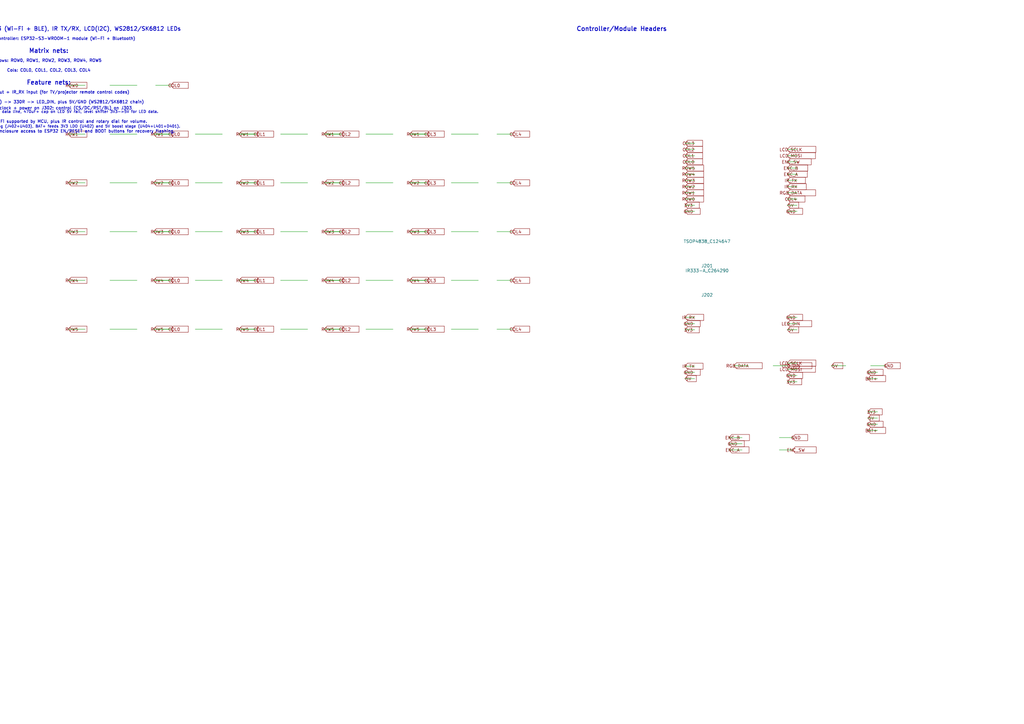
<source format=kicad_sch>
(kicad_sch
	(version 20250114)
	(generator "eeschema")
	(generator_version "9.0")
	(uuid 711c1a65-9fab-4fba-bd6d-0011c33b199e)
	(paper "A3")
	(lib_symbols)
  (text "Macropad Target: ESP32-S3 (Wi-Fi + BLE), IR TX/RX, LCD(I2C), WS2812/SK6812 LEDs" (at 20.00 12.00 0)
    (effects (font (size 1.6 1.6) (thickness 0.25)))
  )
  (text "Recommended controller: ESP32-S3-WROOM-1 module (Wi-Fi + Bluetooth)" (at 20.00 16.00 0)
    (effects (font (size 1.2 1.2) (thickness 0.2)))
  )
  (text "Matrix nets:" (at 20.00 21.00 0)
    (effects (font (size 1.8 1.8) (thickness 0.3)))
  )
  (text "Rows: ROW0, ROW1, ROW2, ROW3, ROW4, ROW5" (at 20.00 25.00 0)
    (effects (font (size 1.2 1.2) (thickness 0.2)))
  )
  (text "Cols: COL0, COL1, COL2, COL3, COL4" (at 20.00 29.00 0)
    (effects (font (size 1.2 1.2) (thickness 0.2)))
  )
  (text "Feature nets:" (at 20.00 34.00 0)
    (effects (font (size 1.8 1.8) (thickness 0.3)))
  )
  (text "IR: IR_TX output + IR_RX input (for TV/projector remote control codes)" (at 20.00 38.00 0)
    (effects (font (size 1.2 1.2) (thickness 0.2)))
  )
  (text "LED: RGB_DATA (MCU) -> 330R -> LED_DIN, plus 5V/GND (WS2812/SK6812 chain)" (at 20.00 42.00 0)
    (effects (font (size 1.2 1.2) (thickness 0.2)))
  )
  (text "LCD: SPI data/clock + power on J302; control (CS/DC/RST/BL) on J303" (at 20.00 44.50 0)
    (effects (font (size 1.2 1.2) (thickness 0.2)))
  )
  (text "Electrical notes: 330R in LED data line, 470uF+ cap on LED 5V rail, level shifter 3V3->5V for LED data." (at 20.00 46.00 0)
    (effects (font (size 1.1 1.1) (thickness 0.18)))
  )
  (text "Wireless features: Wi-Fi supported by MCU, plus IR control and rotary dial for volume." (at 20.00 50.00 0)
    (effects (font (size 1.2 1.2) (thickness 0.2)))
  )
  (text "Portable power: onboard USB-C charging (J402+U403), BAT+ feeds 3V3 LDO (U402) and 5V boost stage (U404+L401+D401)." (at 20.00 52.00 0)
    (effects (font (size 1.1 1.1) (thickness 0.18)))
  )
  (text "Mechanical requirement: include enclosure access to ESP32 EN/RESET and BOOT buttons for recovery flashing." (at 20.00 54.00 0)
    (effects (font (size 1.2 1.2) (thickness 0.2)))
  )
  (symbol
    (lib_id "Switch:SW_Push")
    (at 40.00 35.00 0)
    (unit 1)
    (in_bom yes)
    (on_board yes)
    (uuid 00535de9-5311-4ec0-bbcb-162a9823eb9a)
    (property "Reference" "SW1"
      (at 40.00 38.00 0)
      (effects (font (size 1.27 1.27) (thickness 0.15)))
    )
    (property "Value" "SW_Push"
      (at 40.00 32.00 0)
      (effects (font (size 1.27 1.27) (thickness 0.15)))
    )
    (property "Footprint" "Keyboard:SW_Hotswap_Kailh_MX"
      (at 40.00 35.00 0)
      (effects (font (size 1.27 1.27) (thickness 0.15)) (hide yes))
    )
    (property "Datasheet" "~"
      (at 40.00 35.00 0)
      (effects (font (size 1.27 1.27) (thickness 0.15)) (hide yes))
    )
    (property "Description" ""
      (at 40.00 35.00 0)
      (effects (font (size 1.27 1.27) (thickness 0.15)) (hide yes))
    )
    (pin "1" (uuid df3b8a8d-b02e-4391-af89-2b4d780a434c))
    (pin "2" (uuid e31d957e-c7b1-4c0d-bb4c-95718f83741e))
  )
  (symbol
    (lib_id "Device:D")
    (at 60.00 35.00 0)
    (unit 1)
    (in_bom yes)
    (on_board yes)
    (uuid eabf2fb6-2f5c-4da2-938d-ce3fa9c2c92e)
    (property "Reference" "D1"
      (at 60.00 38.00 0)
      (effects (font (size 1.27 1.27) (thickness 0.15)))
    )
    (property "Value" "D"
      (at 60.00 32.00 0)
      (effects (font (size 1.27 1.27) (thickness 0.15)))
    )
    (property "Footprint" "Diode_THT:D_DO-35_SOD27_P7.62mm_Horizontal"
      (at 60.00 35.00 0)
      (effects (font (size 1.27 1.27) (thickness 0.15)) (hide yes))
    )
    (property "Datasheet" "~"
      (at 60.00 35.00 0)
      (effects (font (size 1.27 1.27) (thickness 0.15)) (hide yes))
    )
    (property "Description" ""
      (at 60.00 35.00 0)
      (effects (font (size 1.27 1.27) (thickness 0.15)) (hide yes))
    )
    (pin "1" (uuid 7a4312f6-d653-46db-b477-7db1e206ea96))
    (pin "2" (uuid 154b72dc-34b2-4df3-9292-06ca0965f219))
  )
  (wire
    (pts (xy 28.00 35.00) (xy 34.92 35.00))
    (stroke (width 0) (type default))
    (uuid b35fcb45-8c4a-4df8-8dc0-c54e95c54c76)
  )
  (wire
    (pts (xy 45.08 35.00) (xy 56.19 35.00))
    (stroke (width 0) (type default))
    (uuid bfdf42b6-082b-4bc4-81f5-959e8bbde20f)
  )
  (wire
    (pts (xy 63.81 35.00) (xy 70.00 35.00))
    (stroke (width 0) (type default))
    (uuid 08fa9c5d-1a74-40c3-ae29-27d8efa5009e)
  )
  (global_label "ROW0"
    (shape input)
    (at 28.00 35.00 180)
    (fields_autoplaced)
    (effects (font (size 1.27 1.27) (thickness 0.15)))
    (uuid a2542f53-bb3b-447f-b087-70392b8233cc)
  )
  (global_label "COL0"
    (shape input)
    (at 70.00 35.00 0)
    (fields_autoplaced)
    (effects (font (size 1.27 1.27) (thickness 0.15)))
    (uuid 7c5c274e-3a3f-4cdf-81b1-6ffdd29f90c4)
  )
  (symbol
    (lib_id "Switch:SW_Push")
    (at 40.00 55.00 0)
    (unit 1)
    (in_bom yes)
    (on_board yes)
    (uuid 1ce50416-2d92-4d40-beff-e703ed521155)
    (property "Reference" "SW2"
      (at 40.00 58.00 0)
      (effects (font (size 1.27 1.27) (thickness 0.15)))
    )
    (property "Value" "SW_Push"
      (at 40.00 52.00 0)
      (effects (font (size 1.27 1.27) (thickness 0.15)))
    )
    (property "Footprint" "Keyboard:SW_Hotswap_Kailh_MX"
      (at 40.00 55.00 0)
      (effects (font (size 1.27 1.27) (thickness 0.15)) (hide yes))
    )
    (property "Datasheet" "~"
      (at 40.00 55.00 0)
      (effects (font (size 1.27 1.27) (thickness 0.15)) (hide yes))
    )
    (property "Description" ""
      (at 40.00 55.00 0)
      (effects (font (size 1.27 1.27) (thickness 0.15)) (hide yes))
    )
    (pin "1" (uuid e7040efb-340b-448e-ba08-05d8b6df2758))
    (pin "2" (uuid 0a2463d9-3a74-4e48-9361-25c93d806773))
  )
  (symbol
    (lib_id "Device:D")
    (at 60.00 55.00 0)
    (unit 1)
    (in_bom yes)
    (on_board yes)
    (uuid ca193ec1-5281-4ef3-914c-8eca551279e8)
    (property "Reference" "D2"
      (at 60.00 58.00 0)
      (effects (font (size 1.27 1.27) (thickness 0.15)))
    )
    (property "Value" "D"
      (at 60.00 52.00 0)
      (effects (font (size 1.27 1.27) (thickness 0.15)))
    )
    (property "Footprint" "Diode_THT:D_DO-35_SOD27_P7.62mm_Horizontal"
      (at 60.00 55.00 0)
      (effects (font (size 1.27 1.27) (thickness 0.15)) (hide yes))
    )
    (property "Datasheet" "~"
      (at 60.00 55.00 0)
      (effects (font (size 1.27 1.27) (thickness 0.15)) (hide yes))
    )
    (property "Description" ""
      (at 60.00 55.00 0)
      (effects (font (size 1.27 1.27) (thickness 0.15)) (hide yes))
    )
    (pin "1" (uuid 8f1e8ba7-8af1-4e46-8e11-9d850e1e5efe))
    (pin "2" (uuid 60dd394a-c577-4ff0-ac41-2ffaf608e746))
  )
  (wire
    (pts (xy 28.00 55.00) (xy 34.92 55.00))
    (stroke (width 0) (type default))
    (uuid 5e1543be-7618-4a8e-a84e-69d7298786c7)
  )
  (wire
    (pts (xy 45.08 55.00) (xy 56.19 55.00))
    (stroke (width 0) (type default))
    (uuid c0f8f38d-3183-4434-9673-3c5da3eafbec)
  )
  (wire
    (pts (xy 63.81 55.00) (xy 70.00 55.00))
    (stroke (width 0) (type default))
    (uuid 2b3445bd-23f2-4890-93b5-b01c239d35b1)
  )
  (global_label "ROW1"
    (shape input)
    (at 28.00 55.00 180)
    (fields_autoplaced)
    (effects (font (size 1.27 1.27) (thickness 0.15)))
    (uuid 0fba584e-57dc-44d3-aa72-b9e2cd4047b2)
  )
  (global_label "COL0"
    (shape input)
    (at 70.00 55.00 0)
    (fields_autoplaced)
    (effects (font (size 1.27 1.27) (thickness 0.15)))
    (uuid 4fdf70f8-de01-4bf9-bcc8-cebf7c381c66)
  )
  (symbol
    (lib_id "Switch:SW_Push")
    (at 75.00 55.00 0)
    (unit 1)
    (in_bom yes)
    (on_board yes)
    (uuid 66c1320c-3f19-4e89-acb8-5c27c0ac8c3c)
    (property "Reference" "SW3"
      (at 75.00 58.00 0)
      (effects (font (size 1.27 1.27) (thickness 0.15)))
    )
    (property "Value" "SW_Push"
      (at 75.00 52.00 0)
      (effects (font (size 1.27 1.27) (thickness 0.15)))
    )
    (property "Footprint" "Keyboard:SW_Hotswap_Kailh_MX"
      (at 75.00 55.00 0)
      (effects (font (size 1.27 1.27) (thickness 0.15)) (hide yes))
    )
    (property "Datasheet" "~"
      (at 75.00 55.00 0)
      (effects (font (size 1.27 1.27) (thickness 0.15)) (hide yes))
    )
    (property "Description" ""
      (at 75.00 55.00 0)
      (effects (font (size 1.27 1.27) (thickness 0.15)) (hide yes))
    )
    (pin "1" (uuid 45d5cfee-78a1-47db-bf91-ea0e3f47045d))
    (pin "2" (uuid 6fdfbc4d-fe65-45ae-8e1d-56a7ca928499))
  )
  (symbol
    (lib_id "Device:D")
    (at 95.00 55.00 0)
    (unit 1)
    (in_bom yes)
    (on_board yes)
    (uuid 91a1f0f0-5014-4956-8c7e-b5a991e465f0)
    (property "Reference" "D3"
      (at 95.00 58.00 0)
      (effects (font (size 1.27 1.27) (thickness 0.15)))
    )
    (property "Value" "D"
      (at 95.00 52.00 0)
      (effects (font (size 1.27 1.27) (thickness 0.15)))
    )
    (property "Footprint" "Diode_THT:D_DO-35_SOD27_P7.62mm_Horizontal"
      (at 95.00 55.00 0)
      (effects (font (size 1.27 1.27) (thickness 0.15)) (hide yes))
    )
    (property "Datasheet" "~"
      (at 95.00 55.00 0)
      (effects (font (size 1.27 1.27) (thickness 0.15)) (hide yes))
    )
    (property "Description" ""
      (at 95.00 55.00 0)
      (effects (font (size 1.27 1.27) (thickness 0.15)) (hide yes))
    )
    (pin "1" (uuid dd1d041b-cce6-4de0-9e48-98973fba7e17))
    (pin "2" (uuid cdb39fb8-cef2-4682-95ce-a59a503e7750))
  )
  (wire
    (pts (xy 63.00 55.00) (xy 69.92 55.00))
    (stroke (width 0) (type default))
    (uuid 58b2dc3c-bc96-4d7a-848e-ca2b6af1cf5b)
  )
  (wire
    (pts (xy 80.08 55.00) (xy 91.19 55.00))
    (stroke (width 0) (type default))
    (uuid e6abac66-5e86-4225-b289-eec3c91a593b)
  )
  (wire
    (pts (xy 98.81 55.00) (xy 105.00 55.00))
    (stroke (width 0) (type default))
    (uuid 6062098d-f80e-405e-aa63-71d6fe4fdd54)
  )
  (global_label "ROW1"
    (shape input)
    (at 63.00 55.00 180)
    (fields_autoplaced)
    (effects (font (size 1.27 1.27) (thickness 0.15)))
    (uuid dab19e2d-a01f-4c53-8eee-2fb233313d78)
  )
  (global_label "COL1"
    (shape input)
    (at 105.00 55.00 0)
    (fields_autoplaced)
    (effects (font (size 1.27 1.27) (thickness 0.15)))
    (uuid 4e7a9bed-5ac9-4d07-8267-fc3f83a36d9c)
  )
  (symbol
    (lib_id "Switch:SW_Push")
    (at 110.00 55.00 0)
    (unit 1)
    (in_bom yes)
    (on_board yes)
    (uuid 74ecca60-8fd1-4d0e-a69d-a36af2d84069)
    (property "Reference" "SW4"
      (at 110.00 58.00 0)
      (effects (font (size 1.27 1.27) (thickness 0.15)))
    )
    (property "Value" "SW_Push"
      (at 110.00 52.00 0)
      (effects (font (size 1.27 1.27) (thickness 0.15)))
    )
    (property "Footprint" "Keyboard:SW_Hotswap_Kailh_MX"
      (at 110.00 55.00 0)
      (effects (font (size 1.27 1.27) (thickness 0.15)) (hide yes))
    )
    (property "Datasheet" "~"
      (at 110.00 55.00 0)
      (effects (font (size 1.27 1.27) (thickness 0.15)) (hide yes))
    )
    (property "Description" ""
      (at 110.00 55.00 0)
      (effects (font (size 1.27 1.27) (thickness 0.15)) (hide yes))
    )
    (pin "1" (uuid 5db19aee-10b1-4376-b476-26c1f4860079))
    (pin "2" (uuid c935aaed-a671-488d-a472-cf9ecda9147f))
  )
  (symbol
    (lib_id "Device:D")
    (at 130.00 55.00 0)
    (unit 1)
    (in_bom yes)
    (on_board yes)
    (uuid a60e1355-4760-4e27-910b-c1c128424f59)
    (property "Reference" "D4"
      (at 130.00 58.00 0)
      (effects (font (size 1.27 1.27) (thickness 0.15)))
    )
    (property "Value" "D"
      (at 130.00 52.00 0)
      (effects (font (size 1.27 1.27) (thickness 0.15)))
    )
    (property "Footprint" "Diode_THT:D_DO-35_SOD27_P7.62mm_Horizontal"
      (at 130.00 55.00 0)
      (effects (font (size 1.27 1.27) (thickness 0.15)) (hide yes))
    )
    (property "Datasheet" "~"
      (at 130.00 55.00 0)
      (effects (font (size 1.27 1.27) (thickness 0.15)) (hide yes))
    )
    (property "Description" ""
      (at 130.00 55.00 0)
      (effects (font (size 1.27 1.27) (thickness 0.15)) (hide yes))
    )
    (pin "1" (uuid 7168c1c3-58e9-4e09-8498-70f82b39b42d))
    (pin "2" (uuid 5cc86552-86c9-4962-964d-dbbb1bfdc924))
  )
  (wire
    (pts (xy 98.00 55.00) (xy 104.92 55.00))
    (stroke (width 0) (type default))
    (uuid 8765e748-1ac8-4db0-9d69-d2b5c70e685c)
  )
  (wire
    (pts (xy 115.08 55.00) (xy 126.19 55.00))
    (stroke (width 0) (type default))
    (uuid 15ae75a4-aa05-49f3-901e-27e66104e315)
  )
  (wire
    (pts (xy 133.81 55.00) (xy 140.00 55.00))
    (stroke (width 0) (type default))
    (uuid de3b477f-6bcc-405c-92b9-e607386a4563)
  )
  (global_label "ROW1"
    (shape input)
    (at 98.00 55.00 180)
    (fields_autoplaced)
    (effects (font (size 1.27 1.27) (thickness 0.15)))
    (uuid 9873e95e-590c-47e7-9580-a61d538e731c)
  )
  (global_label "COL2"
    (shape input)
    (at 140.00 55.00 0)
    (fields_autoplaced)
    (effects (font (size 1.27 1.27) (thickness 0.15)))
    (uuid c188a19e-3975-4e8b-ad79-82db520a0afe)
  )
  (symbol
    (lib_id "Switch:SW_Push")
    (at 145.00 55.00 0)
    (unit 1)
    (in_bom yes)
    (on_board yes)
    (uuid edfbf579-225e-4f1e-b641-dfb603d50899)
    (property "Reference" "SW5"
      (at 145.00 58.00 0)
      (effects (font (size 1.27 1.27) (thickness 0.15)))
    )
    (property "Value" "SW_Push"
      (at 145.00 52.00 0)
      (effects (font (size 1.27 1.27) (thickness 0.15)))
    )
    (property "Footprint" "Keyboard:SW_Hotswap_Kailh_MX"
      (at 145.00 55.00 0)
      (effects (font (size 1.27 1.27) (thickness 0.15)) (hide yes))
    )
    (property "Datasheet" "~"
      (at 145.00 55.00 0)
      (effects (font (size 1.27 1.27) (thickness 0.15)) (hide yes))
    )
    (property "Description" ""
      (at 145.00 55.00 0)
      (effects (font (size 1.27 1.27) (thickness 0.15)) (hide yes))
    )
    (pin "1" (uuid e3394966-c7bf-416d-99a8-fd532195f2ae))
    (pin "2" (uuid c9892b70-ac05-4c57-835a-0b98438a7a52))
  )
  (symbol
    (lib_id "Device:D")
    (at 165.00 55.00 0)
    (unit 1)
    (in_bom yes)
    (on_board yes)
    (uuid 86d2e4fb-12bf-4f92-bd50-5d07a483fb00)
    (property "Reference" "D5"
      (at 165.00 58.00 0)
      (effects (font (size 1.27 1.27) (thickness 0.15)))
    )
    (property "Value" "D"
      (at 165.00 52.00 0)
      (effects (font (size 1.27 1.27) (thickness 0.15)))
    )
    (property "Footprint" "Diode_THT:D_DO-35_SOD27_P7.62mm_Horizontal"
      (at 165.00 55.00 0)
      (effects (font (size 1.27 1.27) (thickness 0.15)) (hide yes))
    )
    (property "Datasheet" "~"
      (at 165.00 55.00 0)
      (effects (font (size 1.27 1.27) (thickness 0.15)) (hide yes))
    )
    (property "Description" ""
      (at 165.00 55.00 0)
      (effects (font (size 1.27 1.27) (thickness 0.15)) (hide yes))
    )
    (pin "1" (uuid 4a4a7e5c-58bd-41c7-bc33-1d2b342002fe))
    (pin "2" (uuid 687fa2c9-d30e-4265-a01a-a7a5af8afab2))
  )
  (wire
    (pts (xy 133.00 55.00) (xy 139.92 55.00))
    (stroke (width 0) (type default))
    (uuid d34fde4d-5834-47eb-a032-f3c15d97803e)
  )
  (wire
    (pts (xy 150.08 55.00) (xy 161.19 55.00))
    (stroke (width 0) (type default))
    (uuid 4430966c-1405-4145-bcab-401b45eb136b)
  )
  (wire
    (pts (xy 168.81 55.00) (xy 175.00 55.00))
    (stroke (width 0) (type default))
    (uuid 118a24f3-49bf-4e43-92bf-fc8fa5e10297)
  )
  (global_label "ROW1"
    (shape input)
    (at 133.00 55.00 180)
    (fields_autoplaced)
    (effects (font (size 1.27 1.27) (thickness 0.15)))
    (uuid 5dac7e95-dc3c-4ea0-ba0a-01b065a2ff53)
  )
  (global_label "COL3"
    (shape input)
    (at 175.00 55.00 0)
    (fields_autoplaced)
    (effects (font (size 1.27 1.27) (thickness 0.15)))
    (uuid 474e553a-717f-487f-9958-1faf3a0aadbc)
  )
  (symbol
    (lib_id "Switch:SW_Push")
    (at 180.00 55.00 0)
    (unit 1)
    (in_bom yes)
    (on_board yes)
    (uuid b9c85643-3c78-411e-bf41-0c3cf492c499)
    (property "Reference" "SW6"
      (at 180.00 58.00 0)
      (effects (font (size 1.27 1.27) (thickness 0.15)))
    )
    (property "Value" "SW_Push"
      (at 180.00 52.00 0)
      (effects (font (size 1.27 1.27) (thickness 0.15)))
    )
    (property "Footprint" "Keyboard:SW_Hotswap_Kailh_MX"
      (at 180.00 55.00 0)
      (effects (font (size 1.27 1.27) (thickness 0.15)) (hide yes))
    )
    (property "Datasheet" "~"
      (at 180.00 55.00 0)
      (effects (font (size 1.27 1.27) (thickness 0.15)) (hide yes))
    )
    (property "Description" ""
      (at 180.00 55.00 0)
      (effects (font (size 1.27 1.27) (thickness 0.15)) (hide yes))
    )
    (pin "1" (uuid 5e510bb5-1316-4166-ade6-530ed4920044))
    (pin "2" (uuid 4eb7a3ff-0c0e-42b0-b4ff-bdce39578b7e))
  )
  (symbol
    (lib_id "Device:D")
    (at 200.00 55.00 0)
    (unit 1)
    (in_bom yes)
    (on_board yes)
    (uuid 5ae72247-9901-4939-8a65-f097eb0ee1cc)
    (property "Reference" "D6"
      (at 200.00 58.00 0)
      (effects (font (size 1.27 1.27) (thickness 0.15)))
    )
    (property "Value" "D"
      (at 200.00 52.00 0)
      (effects (font (size 1.27 1.27) (thickness 0.15)))
    )
    (property "Footprint" "Diode_THT:D_DO-35_SOD27_P7.62mm_Horizontal"
      (at 200.00 55.00 0)
      (effects (font (size 1.27 1.27) (thickness 0.15)) (hide yes))
    )
    (property "Datasheet" "~"
      (at 200.00 55.00 0)
      (effects (font (size 1.27 1.27) (thickness 0.15)) (hide yes))
    )
    (property "Description" ""
      (at 200.00 55.00 0)
      (effects (font (size 1.27 1.27) (thickness 0.15)) (hide yes))
    )
    (pin "1" (uuid 7d41a7ba-3dce-4ea4-a62d-f772fa8b763f))
    (pin "2" (uuid ded92f56-4315-407d-9956-610a1785a983))
  )
  (wire
    (pts (xy 168.00 55.00) (xy 174.92 55.00))
    (stroke (width 0) (type default))
    (uuid a057af42-d760-4bf5-9da6-95c26512f61c)
  )
  (wire
    (pts (xy 185.08 55.00) (xy 196.19 55.00))
    (stroke (width 0) (type default))
    (uuid 8f65d850-9127-4660-979c-e01c0b9cfce7)
  )
  (wire
    (pts (xy 203.81 55.00) (xy 210.00 55.00))
    (stroke (width 0) (type default))
    (uuid 069ae490-9313-4131-a044-9eb405ed1329)
  )
  (global_label "ROW1"
    (shape input)
    (at 168.00 55.00 180)
    (fields_autoplaced)
    (effects (font (size 1.27 1.27) (thickness 0.15)))
    (uuid be1d7283-d63c-432c-b870-1818ac23de5a)
  )
  (global_label "COL4"
    (shape input)
    (at 210.00 55.00 0)
    (fields_autoplaced)
    (effects (font (size 1.27 1.27) (thickness 0.15)))
    (uuid 33c11a00-3047-426c-88ac-3c8c9fcbfda9)
  )
  (symbol
    (lib_id "Switch:SW_Push")
    (at 40.00 75.00 0)
    (unit 1)
    (in_bom yes)
    (on_board yes)
    (uuid 612ca669-e7ce-4740-bb96-32efe9a8ab4d)
    (property "Reference" "SW7"
      (at 40.00 78.00 0)
      (effects (font (size 1.27 1.27) (thickness 0.15)))
    )
    (property "Value" "SW_Push"
      (at 40.00 72.00 0)
      (effects (font (size 1.27 1.27) (thickness 0.15)))
    )
    (property "Footprint" "Keyboard:SW_Hotswap_Kailh_MX"
      (at 40.00 75.00 0)
      (effects (font (size 1.27 1.27) (thickness 0.15)) (hide yes))
    )
    (property "Datasheet" "~"
      (at 40.00 75.00 0)
      (effects (font (size 1.27 1.27) (thickness 0.15)) (hide yes))
    )
    (property "Description" ""
      (at 40.00 75.00 0)
      (effects (font (size 1.27 1.27) (thickness 0.15)) (hide yes))
    )
    (pin "1" (uuid 2a9c12b5-c329-418a-b87f-6aaa36808048))
    (pin "2" (uuid 3c281132-befc-4193-becf-427f52a6b83c))
  )
  (symbol
    (lib_id "Device:D")
    (at 60.00 75.00 0)
    (unit 1)
    (in_bom yes)
    (on_board yes)
    (uuid f93d6cf6-c48c-490c-94f3-325eaf0e71fd)
    (property "Reference" "D7"
      (at 60.00 78.00 0)
      (effects (font (size 1.27 1.27) (thickness 0.15)))
    )
    (property "Value" "D"
      (at 60.00 72.00 0)
      (effects (font (size 1.27 1.27) (thickness 0.15)))
    )
    (property "Footprint" "Diode_THT:D_DO-35_SOD27_P7.62mm_Horizontal"
      (at 60.00 75.00 0)
      (effects (font (size 1.27 1.27) (thickness 0.15)) (hide yes))
    )
    (property "Datasheet" "~"
      (at 60.00 75.00 0)
      (effects (font (size 1.27 1.27) (thickness 0.15)) (hide yes))
    )
    (property "Description" ""
      (at 60.00 75.00 0)
      (effects (font (size 1.27 1.27) (thickness 0.15)) (hide yes))
    )
    (pin "1" (uuid b34b4f81-7ec0-452f-b0fa-e17c2eda92fe))
    (pin "2" (uuid 48ea17f4-b77a-413a-a548-2c8c5503b76c))
  )
  (wire
    (pts (xy 28.00 75.00) (xy 34.92 75.00))
    (stroke (width 0) (type default))
    (uuid 90907d74-fb1a-42a9-8f0c-9e5dc0f8f13b)
  )
  (wire
    (pts (xy 45.08 75.00) (xy 56.19 75.00))
    (stroke (width 0) (type default))
    (uuid 1fff296a-e5be-4e74-afde-7ace67c6a27c)
  )
  (wire
    (pts (xy 63.81 75.00) (xy 70.00 75.00))
    (stroke (width 0) (type default))
    (uuid 4bba1703-38d0-41e8-8906-f038ab8e2777)
  )
  (global_label "ROW2"
    (shape input)
    (at 28.00 75.00 180)
    (fields_autoplaced)
    (effects (font (size 1.27 1.27) (thickness 0.15)))
    (uuid 3f05643d-7249-4079-ab53-9202de49374c)
  )
  (global_label "COL0"
    (shape input)
    (at 70.00 75.00 0)
    (fields_autoplaced)
    (effects (font (size 1.27 1.27) (thickness 0.15)))
    (uuid 144fcf7a-370a-48bc-8210-7266a3165881)
  )
  (symbol
    (lib_id "Switch:SW_Push")
    (at 75.00 75.00 0)
    (unit 1)
    (in_bom yes)
    (on_board yes)
    (uuid 26f0a715-a710-4f9c-80d1-cf1cf3c8af48)
    (property "Reference" "SW8"
      (at 75.00 78.00 0)
      (effects (font (size 1.27 1.27) (thickness 0.15)))
    )
    (property "Value" "SW_Push"
      (at 75.00 72.00 0)
      (effects (font (size 1.27 1.27) (thickness 0.15)))
    )
    (property "Footprint" "Keyboard:SW_Hotswap_Kailh_MX"
      (at 75.00 75.00 0)
      (effects (font (size 1.27 1.27) (thickness 0.15)) (hide yes))
    )
    (property "Datasheet" "~"
      (at 75.00 75.00 0)
      (effects (font (size 1.27 1.27) (thickness 0.15)) (hide yes))
    )
    (property "Description" ""
      (at 75.00 75.00 0)
      (effects (font (size 1.27 1.27) (thickness 0.15)) (hide yes))
    )
    (pin "1" (uuid 366db213-3a6e-473d-873c-ef691047f1f2))
    (pin "2" (uuid 3172b5fc-1d9d-465f-8dfd-93c376116b8f))
  )
  (symbol
    (lib_id "Device:D")
    (at 95.00 75.00 0)
    (unit 1)
    (in_bom yes)
    (on_board yes)
    (uuid d19e2a49-9c2c-4430-a4de-43717f65c747)
    (property "Reference" "D8"
      (at 95.00 78.00 0)
      (effects (font (size 1.27 1.27) (thickness 0.15)))
    )
    (property "Value" "D"
      (at 95.00 72.00 0)
      (effects (font (size 1.27 1.27) (thickness 0.15)))
    )
    (property "Footprint" "Diode_THT:D_DO-35_SOD27_P7.62mm_Horizontal"
      (at 95.00 75.00 0)
      (effects (font (size 1.27 1.27) (thickness 0.15)) (hide yes))
    )
    (property "Datasheet" "~"
      (at 95.00 75.00 0)
      (effects (font (size 1.27 1.27) (thickness 0.15)) (hide yes))
    )
    (property "Description" ""
      (at 95.00 75.00 0)
      (effects (font (size 1.27 1.27) (thickness 0.15)) (hide yes))
    )
    (pin "1" (uuid d765c9f9-7f48-4533-b77b-246874d8b73d))
    (pin "2" (uuid 96da4817-f848-4105-8315-7c11c301dee9))
  )
  (wire
    (pts (xy 63.00 75.00) (xy 69.92 75.00))
    (stroke (width 0) (type default))
    (uuid 8d4279c0-3d77-4ae4-a22b-2ec242a90872)
  )
  (wire
    (pts (xy 80.08 75.00) (xy 91.19 75.00))
    (stroke (width 0) (type default))
    (uuid f6e8aa16-5888-4c80-9265-2141691e20c7)
  )
  (wire
    (pts (xy 98.81 75.00) (xy 105.00 75.00))
    (stroke (width 0) (type default))
    (uuid bfd181e1-bf74-4e2a-b68f-4d23178e11bf)
  )
  (global_label "ROW2"
    (shape input)
    (at 63.00 75.00 180)
    (fields_autoplaced)
    (effects (font (size 1.27 1.27) (thickness 0.15)))
    (uuid 30e885ae-7cd9-47ad-b4be-52d0d8b7ecce)
  )
  (global_label "COL1"
    (shape input)
    (at 105.00 75.00 0)
    (fields_autoplaced)
    (effects (font (size 1.27 1.27) (thickness 0.15)))
    (uuid 127628c1-cd02-4602-98b6-63297aedf303)
  )
  (symbol
    (lib_id "Switch:SW_Push")
    (at 110.00 75.00 0)
    (unit 1)
    (in_bom yes)
    (on_board yes)
    (uuid 3e2a1f42-fa45-4385-a141-befba6083d84)
    (property "Reference" "SW9"
      (at 110.00 78.00 0)
      (effects (font (size 1.27 1.27) (thickness 0.15)))
    )
    (property "Value" "SW_Push"
      (at 110.00 72.00 0)
      (effects (font (size 1.27 1.27) (thickness 0.15)))
    )
    (property "Footprint" "Keyboard:SW_Hotswap_Kailh_MX"
      (at 110.00 75.00 0)
      (effects (font (size 1.27 1.27) (thickness 0.15)) (hide yes))
    )
    (property "Datasheet" "~"
      (at 110.00 75.00 0)
      (effects (font (size 1.27 1.27) (thickness 0.15)) (hide yes))
    )
    (property "Description" ""
      (at 110.00 75.00 0)
      (effects (font (size 1.27 1.27) (thickness 0.15)) (hide yes))
    )
    (pin "1" (uuid 52a31a1f-a58b-432b-ae7f-16822dea8e29))
    (pin "2" (uuid 3d883368-890d-436c-8245-298d40cfef77))
  )
  (symbol
    (lib_id "Device:D")
    (at 130.00 75.00 0)
    (unit 1)
    (in_bom yes)
    (on_board yes)
    (uuid 1b3b9783-2962-43a6-a25c-0a48f86d3787)
    (property "Reference" "D9"
      (at 130.00 78.00 0)
      (effects (font (size 1.27 1.27) (thickness 0.15)))
    )
    (property "Value" "D"
      (at 130.00 72.00 0)
      (effects (font (size 1.27 1.27) (thickness 0.15)))
    )
    (property "Footprint" "Diode_THT:D_DO-35_SOD27_P7.62mm_Horizontal"
      (at 130.00 75.00 0)
      (effects (font (size 1.27 1.27) (thickness 0.15)) (hide yes))
    )
    (property "Datasheet" "~"
      (at 130.00 75.00 0)
      (effects (font (size 1.27 1.27) (thickness 0.15)) (hide yes))
    )
    (property "Description" ""
      (at 130.00 75.00 0)
      (effects (font (size 1.27 1.27) (thickness 0.15)) (hide yes))
    )
    (pin "1" (uuid d9bbfd01-7ba9-4379-a6f7-8bca15621930))
    (pin "2" (uuid 1cd5080a-5b85-4860-b6fa-974c989ce8ad))
  )
  (wire
    (pts (xy 98.00 75.00) (xy 104.92 75.00))
    (stroke (width 0) (type default))
    (uuid 9cc85017-7df8-4036-a20e-1982d4d045b3)
  )
  (wire
    (pts (xy 115.08 75.00) (xy 126.19 75.00))
    (stroke (width 0) (type default))
    (uuid 3b295939-1015-4f90-b6d9-491fef9111ed)
  )
  (wire
    (pts (xy 133.81 75.00) (xy 140.00 75.00))
    (stroke (width 0) (type default))
    (uuid 9d1c49b2-32e2-470e-a8ec-c2546cd78492)
  )
  (global_label "ROW2"
    (shape input)
    (at 98.00 75.00 180)
    (fields_autoplaced)
    (effects (font (size 1.27 1.27) (thickness 0.15)))
    (uuid 5fec7a39-d761-4a0f-bad5-75089f944ccd)
  )
  (global_label "COL2"
    (shape input)
    (at 140.00 75.00 0)
    (fields_autoplaced)
    (effects (font (size 1.27 1.27) (thickness 0.15)))
    (uuid 989a7106-112b-4f3c-9f5d-18591ed3b252)
  )
  (symbol
    (lib_id "Switch:SW_Push")
    (at 145.00 75.00 0)
    (unit 1)
    (in_bom yes)
    (on_board yes)
    (uuid 640c0b09-830d-4273-96f7-61d47181a509)
    (property "Reference" "SW10"
      (at 145.00 78.00 0)
      (effects (font (size 1.27 1.27) (thickness 0.15)))
    )
    (property "Value" "SW_Push"
      (at 145.00 72.00 0)
      (effects (font (size 1.27 1.27) (thickness 0.15)))
    )
    (property "Footprint" "Keyboard:SW_Hotswap_Kailh_MX"
      (at 145.00 75.00 0)
      (effects (font (size 1.27 1.27) (thickness 0.15)) (hide yes))
    )
    (property "Datasheet" "~"
      (at 145.00 75.00 0)
      (effects (font (size 1.27 1.27) (thickness 0.15)) (hide yes))
    )
    (property "Description" ""
      (at 145.00 75.00 0)
      (effects (font (size 1.27 1.27) (thickness 0.15)) (hide yes))
    )
    (pin "1" (uuid be6f68dd-65d0-40a9-a26e-c11713ea4768))
    (pin "2" (uuid 623c085c-6a2a-4580-bc4d-13770acd052b))
  )
  (symbol
    (lib_id "Device:D")
    (at 165.00 75.00 0)
    (unit 1)
    (in_bom yes)
    (on_board yes)
    (uuid 0fbe2326-a4a7-47d7-b35a-4594987d308b)
    (property "Reference" "D10"
      (at 165.00 78.00 0)
      (effects (font (size 1.27 1.27) (thickness 0.15)))
    )
    (property "Value" "D"
      (at 165.00 72.00 0)
      (effects (font (size 1.27 1.27) (thickness 0.15)))
    )
    (property "Footprint" "Diode_THT:D_DO-35_SOD27_P7.62mm_Horizontal"
      (at 165.00 75.00 0)
      (effects (font (size 1.27 1.27) (thickness 0.15)) (hide yes))
    )
    (property "Datasheet" "~"
      (at 165.00 75.00 0)
      (effects (font (size 1.27 1.27) (thickness 0.15)) (hide yes))
    )
    (property "Description" ""
      (at 165.00 75.00 0)
      (effects (font (size 1.27 1.27) (thickness 0.15)) (hide yes))
    )
    (pin "1" (uuid 554e4bd4-b989-4f3d-b909-8a99e393b6a4))
    (pin "2" (uuid 9e00e0ad-50bf-45fb-a7ac-18f809266e60))
  )
  (wire
    (pts (xy 133.00 75.00) (xy 139.92 75.00))
    (stroke (width 0) (type default))
    (uuid b5dc28f1-39cf-4ce0-a403-a4ff77a91fa1)
  )
  (wire
    (pts (xy 150.08 75.00) (xy 161.19 75.00))
    (stroke (width 0) (type default))
    (uuid 29068637-1b19-49b5-b1ec-808707b2383a)
  )
  (wire
    (pts (xy 168.81 75.00) (xy 175.00 75.00))
    (stroke (width 0) (type default))
    (uuid 45a9b5ee-35c2-4c8b-947b-246e449f6471)
  )
  (global_label "ROW2"
    (shape input)
    (at 133.00 75.00 180)
    (fields_autoplaced)
    (effects (font (size 1.27 1.27) (thickness 0.15)))
    (uuid 1a469418-c770-46c4-9296-e0fbe82e05b1)
  )
  (global_label "COL3"
    (shape input)
    (at 175.00 75.00 0)
    (fields_autoplaced)
    (effects (font (size 1.27 1.27) (thickness 0.15)))
    (uuid 78a695a9-9e8d-4e23-9e5e-04d85d7a05f3)
  )
  (symbol
    (lib_id "Switch:SW_Push")
    (at 180.00 75.00 0)
    (unit 1)
    (in_bom yes)
    (on_board yes)
    (uuid bc84d96a-b40e-4c78-90c0-7b20fa8ceb84)
    (property "Reference" "SW11"
      (at 180.00 78.00 0)
      (effects (font (size 1.27 1.27) (thickness 0.15)))
    )
    (property "Value" "SW_Push"
      (at 180.00 72.00 0)
      (effects (font (size 1.27 1.27) (thickness 0.15)))
    )
    (property "Footprint" "Keyboard:SW_Hotswap_Kailh_MX"
      (at 180.00 75.00 0)
      (effects (font (size 1.27 1.27) (thickness 0.15)) (hide yes))
    )
    (property "Datasheet" "~"
      (at 180.00 75.00 0)
      (effects (font (size 1.27 1.27) (thickness 0.15)) (hide yes))
    )
    (property "Description" ""
      (at 180.00 75.00 0)
      (effects (font (size 1.27 1.27) (thickness 0.15)) (hide yes))
    )
    (pin "1" (uuid 3eb13a41-8e59-4376-8793-8f4650cd78ed))
    (pin "2" (uuid cb7a27c7-346c-44ff-87ed-6e2d04804e88))
  )
  (symbol
    (lib_id "Device:D")
    (at 200.00 75.00 0)
    (unit 1)
    (in_bom yes)
    (on_board yes)
    (uuid 9687326b-2fe6-47e5-acbc-b6a01dfc1fa8)
    (property "Reference" "D11"
      (at 200.00 78.00 0)
      (effects (font (size 1.27 1.27) (thickness 0.15)))
    )
    (property "Value" "D"
      (at 200.00 72.00 0)
      (effects (font (size 1.27 1.27) (thickness 0.15)))
    )
    (property "Footprint" "Diode_THT:D_DO-35_SOD27_P7.62mm_Horizontal"
      (at 200.00 75.00 0)
      (effects (font (size 1.27 1.27) (thickness 0.15)) (hide yes))
    )
    (property "Datasheet" "~"
      (at 200.00 75.00 0)
      (effects (font (size 1.27 1.27) (thickness 0.15)) (hide yes))
    )
    (property "Description" ""
      (at 200.00 75.00 0)
      (effects (font (size 1.27 1.27) (thickness 0.15)) (hide yes))
    )
    (pin "1" (uuid d6fe89ac-5e30-41f8-b472-a1ee1122767f))
    (pin "2" (uuid 1174aaf4-1b88-4f70-b26e-4d20afd23790))
  )
  (wire
    (pts (xy 168.00 75.00) (xy 174.92 75.00))
    (stroke (width 0) (type default))
    (uuid 840a034e-00c2-446e-a483-1b6193cf2b45)
  )
  (wire
    (pts (xy 185.08 75.00) (xy 196.19 75.00))
    (stroke (width 0) (type default))
    (uuid 31e8ea72-d77e-4c47-84e1-5a33be621852)
  )
  (wire
    (pts (xy 203.81 75.00) (xy 210.00 75.00))
    (stroke (width 0) (type default))
    (uuid d071fe9e-8da0-4449-8057-7be58729d270)
  )
  (global_label "ROW2"
    (shape input)
    (at 168.00 75.00 180)
    (fields_autoplaced)
    (effects (font (size 1.27 1.27) (thickness 0.15)))
    (uuid e9ce2a8d-99dc-4dbe-864e-6760e623f71b)
  )
  (global_label "COL4"
    (shape input)
    (at 210.00 75.00 0)
    (fields_autoplaced)
    (effects (font (size 1.27 1.27) (thickness 0.15)))
    (uuid 8b1039c5-ac95-4316-b581-74d0e878ec12)
  )
  (symbol
    (lib_id "Switch:SW_Push")
    (at 40.00 95.00 0)
    (unit 1)
    (in_bom yes)
    (on_board yes)
    (uuid 374e0aa7-9e12-401b-a6c2-8e27e2ab3be2)
    (property "Reference" "SW12"
      (at 40.00 98.00 0)
      (effects (font (size 1.27 1.27) (thickness 0.15)))
    )
    (property "Value" "SW_Push"
      (at 40.00 92.00 0)
      (effects (font (size 1.27 1.27) (thickness 0.15)))
    )
    (property "Footprint" "Keyboard:SW_Hotswap_Kailh_MX"
      (at 40.00 95.00 0)
      (effects (font (size 1.27 1.27) (thickness 0.15)) (hide yes))
    )
    (property "Datasheet" "~"
      (at 40.00 95.00 0)
      (effects (font (size 1.27 1.27) (thickness 0.15)) (hide yes))
    )
    (property "Description" ""
      (at 40.00 95.00 0)
      (effects (font (size 1.27 1.27) (thickness 0.15)) (hide yes))
    )
    (pin "1" (uuid a151300d-4359-4734-a712-25228248ad94))
    (pin "2" (uuid 3b2b9ce4-dc72-4af0-a96e-e2abd6318e0d))
  )
  (symbol
    (lib_id "Device:D")
    (at 60.00 95.00 0)
    (unit 1)
    (in_bom yes)
    (on_board yes)
    (uuid 22b0087f-2457-438e-81b8-3197e6eab580)
    (property "Reference" "D12"
      (at 60.00 98.00 0)
      (effects (font (size 1.27 1.27) (thickness 0.15)))
    )
    (property "Value" "D"
      (at 60.00 92.00 0)
      (effects (font (size 1.27 1.27) (thickness 0.15)))
    )
    (property "Footprint" "Diode_THT:D_DO-35_SOD27_P7.62mm_Horizontal"
      (at 60.00 95.00 0)
      (effects (font (size 1.27 1.27) (thickness 0.15)) (hide yes))
    )
    (property "Datasheet" "~"
      (at 60.00 95.00 0)
      (effects (font (size 1.27 1.27) (thickness 0.15)) (hide yes))
    )
    (property "Description" ""
      (at 60.00 95.00 0)
      (effects (font (size 1.27 1.27) (thickness 0.15)) (hide yes))
    )
    (pin "1" (uuid b7f27ed9-2488-4d51-97df-26513d504d5b))
    (pin "2" (uuid dd98120c-7859-4a45-90dc-fd0a3a657f4d))
  )
  (wire
    (pts (xy 28.00 95.00) (xy 34.92 95.00))
    (stroke (width 0) (type default))
    (uuid 53b11ee3-5831-4c63-aa29-877faa18a1f6)
  )
  (wire
    (pts (xy 45.08 95.00) (xy 56.19 95.00))
    (stroke (width 0) (type default))
    (uuid fde9fcd1-d78d-4036-a57d-9d7fe71778e0)
  )
  (wire
    (pts (xy 63.81 95.00) (xy 70.00 95.00))
    (stroke (width 0) (type default))
    (uuid 6b8c50f7-7724-450c-9e23-cd4730955e93)
  )
  (global_label "ROW3"
    (shape input)
    (at 28.00 95.00 180)
    (fields_autoplaced)
    (effects (font (size 1.27 1.27) (thickness 0.15)))
    (uuid 01da0675-517e-4c29-a5f3-787e1c42b70d)
  )
  (global_label "COL0"
    (shape input)
    (at 70.00 95.00 0)
    (fields_autoplaced)
    (effects (font (size 1.27 1.27) (thickness 0.15)))
    (uuid 085e6ab8-037b-4767-96c1-2059c5a64a7a)
  )
  (symbol
    (lib_id "Switch:SW_Push")
    (at 75.00 95.00 0)
    (unit 1)
    (in_bom yes)
    (on_board yes)
    (uuid a0d7a0c0-aad4-4867-9ac3-2f7de75ecfca)
    (property "Reference" "SW13"
      (at 75.00 98.00 0)
      (effects (font (size 1.27 1.27) (thickness 0.15)))
    )
    (property "Value" "SW_Push"
      (at 75.00 92.00 0)
      (effects (font (size 1.27 1.27) (thickness 0.15)))
    )
    (property "Footprint" "Keyboard:SW_Hotswap_Kailh_MX"
      (at 75.00 95.00 0)
      (effects (font (size 1.27 1.27) (thickness 0.15)) (hide yes))
    )
    (property "Datasheet" "~"
      (at 75.00 95.00 0)
      (effects (font (size 1.27 1.27) (thickness 0.15)) (hide yes))
    )
    (property "Description" ""
      (at 75.00 95.00 0)
      (effects (font (size 1.27 1.27) (thickness 0.15)) (hide yes))
    )
    (pin "1" (uuid ae96039b-1fd8-400a-8de4-47a7a708a2a2))
    (pin "2" (uuid 66bceea9-d430-43ee-8a43-e3be8398a86d))
  )
  (symbol
    (lib_id "Device:D")
    (at 95.00 95.00 0)
    (unit 1)
    (in_bom yes)
    (on_board yes)
    (uuid 25f63476-1c8c-4cee-93e3-b587f715f072)
    (property "Reference" "D13"
      (at 95.00 98.00 0)
      (effects (font (size 1.27 1.27) (thickness 0.15)))
    )
    (property "Value" "D"
      (at 95.00 92.00 0)
      (effects (font (size 1.27 1.27) (thickness 0.15)))
    )
    (property "Footprint" "Diode_THT:D_DO-35_SOD27_P7.62mm_Horizontal"
      (at 95.00 95.00 0)
      (effects (font (size 1.27 1.27) (thickness 0.15)) (hide yes))
    )
    (property "Datasheet" "~"
      (at 95.00 95.00 0)
      (effects (font (size 1.27 1.27) (thickness 0.15)) (hide yes))
    )
    (property "Description" ""
      (at 95.00 95.00 0)
      (effects (font (size 1.27 1.27) (thickness 0.15)) (hide yes))
    )
    (pin "1" (uuid 33cf7a2c-ce4d-493f-ab2d-70d80d5e56b6))
    (pin "2" (uuid f95ac7eb-9a61-4b4c-a7b8-289b7c767f6d))
  )
  (wire
    (pts (xy 63.00 95.00) (xy 69.92 95.00))
    (stroke (width 0) (type default))
    (uuid bcb3208d-4fd3-470a-b04a-f97dbb2b6398)
  )
  (wire
    (pts (xy 80.08 95.00) (xy 91.19 95.00))
    (stroke (width 0) (type default))
    (uuid e27f23f6-591a-4409-b8f8-7cc0ab1f74c4)
  )
  (wire
    (pts (xy 98.81 95.00) (xy 105.00 95.00))
    (stroke (width 0) (type default))
    (uuid 212f563a-a70a-4206-8bd8-c4dd1e4ac8fc)
  )
  (global_label "ROW3"
    (shape input)
    (at 63.00 95.00 180)
    (fields_autoplaced)
    (effects (font (size 1.27 1.27) (thickness 0.15)))
    (uuid 77af6920-ec39-451a-adf8-030d0464a332)
  )
  (global_label "COL1"
    (shape input)
    (at 105.00 95.00 0)
    (fields_autoplaced)
    (effects (font (size 1.27 1.27) (thickness 0.15)))
    (uuid 781b7b57-0096-4454-a3ad-cc50c8a21bd5)
  )
  (symbol
    (lib_id "Switch:SW_Push")
    (at 110.00 95.00 0)
    (unit 1)
    (in_bom yes)
    (on_board yes)
    (uuid 772ba7e5-37d4-4935-b5d7-f928532dcee8)
    (property "Reference" "SW14"
      (at 110.00 98.00 0)
      (effects (font (size 1.27 1.27) (thickness 0.15)))
    )
    (property "Value" "SW_Push"
      (at 110.00 92.00 0)
      (effects (font (size 1.27 1.27) (thickness 0.15)))
    )
    (property "Footprint" "Keyboard:SW_Hotswap_Kailh_MX"
      (at 110.00 95.00 0)
      (effects (font (size 1.27 1.27) (thickness 0.15)) (hide yes))
    )
    (property "Datasheet" "~"
      (at 110.00 95.00 0)
      (effects (font (size 1.27 1.27) (thickness 0.15)) (hide yes))
    )
    (property "Description" ""
      (at 110.00 95.00 0)
      (effects (font (size 1.27 1.27) (thickness 0.15)) (hide yes))
    )
    (pin "1" (uuid 990a268c-5f43-40fa-9e6f-b8236a8a42a9))
    (pin "2" (uuid 9320b7cb-e256-4153-bc9c-bf39bc034b5b))
  )
  (symbol
    (lib_id "Device:D")
    (at 130.00 95.00 0)
    (unit 1)
    (in_bom yes)
    (on_board yes)
    (uuid f62a101f-6e02-474b-8bb6-d6064e23f707)
    (property "Reference" "D14"
      (at 130.00 98.00 0)
      (effects (font (size 1.27 1.27) (thickness 0.15)))
    )
    (property "Value" "D"
      (at 130.00 92.00 0)
      (effects (font (size 1.27 1.27) (thickness 0.15)))
    )
    (property "Footprint" "Diode_THT:D_DO-35_SOD27_P7.62mm_Horizontal"
      (at 130.00 95.00 0)
      (effects (font (size 1.27 1.27) (thickness 0.15)) (hide yes))
    )
    (property "Datasheet" "~"
      (at 130.00 95.00 0)
      (effects (font (size 1.27 1.27) (thickness 0.15)) (hide yes))
    )
    (property "Description" ""
      (at 130.00 95.00 0)
      (effects (font (size 1.27 1.27) (thickness 0.15)) (hide yes))
    )
    (pin "1" (uuid 4f1e9d6f-c9b7-4843-bbf6-5b7e1805db9f))
    (pin "2" (uuid b4f680eb-b152-4737-8d02-a250bfa1592a))
  )
  (wire
    (pts (xy 98.00 95.00) (xy 104.92 95.00))
    (stroke (width 0) (type default))
    (uuid 5f209e16-d638-4724-864a-c3ad7e84542c)
  )
  (wire
    (pts (xy 115.08 95.00) (xy 126.19 95.00))
    (stroke (width 0) (type default))
    (uuid b543237f-9694-413b-a9f8-c451a9633636)
  )
  (wire
    (pts (xy 133.81 95.00) (xy 140.00 95.00))
    (stroke (width 0) (type default))
    (uuid 5ab74bd1-94fc-4714-ab90-17042cf639b3)
  )
  (global_label "ROW3"
    (shape input)
    (at 98.00 95.00 180)
    (fields_autoplaced)
    (effects (font (size 1.27 1.27) (thickness 0.15)))
    (uuid a9921873-4244-425b-be2d-25613c99f5d5)
  )
  (global_label "COL2"
    (shape input)
    (at 140.00 95.00 0)
    (fields_autoplaced)
    (effects (font (size 1.27 1.27) (thickness 0.15)))
    (uuid a3d15b75-4a63-4268-a9d9-c13326da7b4d)
  )
  (symbol
    (lib_id "Switch:SW_Push")
    (at 145.00 95.00 0)
    (unit 1)
    (in_bom yes)
    (on_board yes)
    (uuid 3b0432e7-2934-4a9b-817a-2c5c624fc597)
    (property "Reference" "SW15"
      (at 145.00 98.00 0)
      (effects (font (size 1.27 1.27) (thickness 0.15)))
    )
    (property "Value" "SW_Push"
      (at 145.00 92.00 0)
      (effects (font (size 1.27 1.27) (thickness 0.15)))
    )
    (property "Footprint" "Keyboard:SW_Hotswap_Kailh_MX"
      (at 145.00 95.00 0)
      (effects (font (size 1.27 1.27) (thickness 0.15)) (hide yes))
    )
    (property "Datasheet" "~"
      (at 145.00 95.00 0)
      (effects (font (size 1.27 1.27) (thickness 0.15)) (hide yes))
    )
    (property "Description" ""
      (at 145.00 95.00 0)
      (effects (font (size 1.27 1.27) (thickness 0.15)) (hide yes))
    )
    (pin "1" (uuid 58b1c261-8741-4695-92bd-6338a6012aa6))
    (pin "2" (uuid df5aa75f-ff7a-4464-8643-a07784266a95))
  )
  (symbol
    (lib_id "Device:D")
    (at 165.00 95.00 0)
    (unit 1)
    (in_bom yes)
    (on_board yes)
    (uuid bcd5882a-a475-49e6-ad56-2ee919981472)
    (property "Reference" "D15"
      (at 165.00 98.00 0)
      (effects (font (size 1.27 1.27) (thickness 0.15)))
    )
    (property "Value" "D"
      (at 165.00 92.00 0)
      (effects (font (size 1.27 1.27) (thickness 0.15)))
    )
    (property "Footprint" "Diode_THT:D_DO-35_SOD27_P7.62mm_Horizontal"
      (at 165.00 95.00 0)
      (effects (font (size 1.27 1.27) (thickness 0.15)) (hide yes))
    )
    (property "Datasheet" "~"
      (at 165.00 95.00 0)
      (effects (font (size 1.27 1.27) (thickness 0.15)) (hide yes))
    )
    (property "Description" ""
      (at 165.00 95.00 0)
      (effects (font (size 1.27 1.27) (thickness 0.15)) (hide yes))
    )
    (pin "1" (uuid acee027b-efcb-4314-b5e0-cec34ad35bf5))
    (pin "2" (uuid 10426cff-1c90-4210-b093-aa28e6b94f4e))
  )
  (wire
    (pts (xy 133.00 95.00) (xy 139.92 95.00))
    (stroke (width 0) (type default))
    (uuid 80b3a2ca-292e-4951-9e39-9e7d959ca0bd)
  )
  (wire
    (pts (xy 150.08 95.00) (xy 161.19 95.00))
    (stroke (width 0) (type default))
    (uuid b5eabdc8-f00b-4e88-af4c-28ac236a3345)
  )
  (wire
    (pts (xy 168.81 95.00) (xy 175.00 95.00))
    (stroke (width 0) (type default))
    (uuid 4d2a5c41-6c0a-4c4a-aae2-49370dca59d2)
  )
  (global_label "ROW3"
    (shape input)
    (at 133.00 95.00 180)
    (fields_autoplaced)
    (effects (font (size 1.27 1.27) (thickness 0.15)))
    (uuid b319d895-3271-4a42-9c00-67b0b17d10d9)
  )
  (global_label "COL3"
    (shape input)
    (at 175.00 95.00 0)
    (fields_autoplaced)
    (effects (font (size 1.27 1.27) (thickness 0.15)))
    (uuid b11a2fd5-b6f6-4d14-816d-4a5e2cd47e0e)
  )
  (symbol
    (lib_id "Switch:SW_Push")
    (at 180.00 95.00 0)
    (unit 1)
    (in_bom yes)
    (on_board yes)
    (uuid fc69ff48-b470-41b5-8c1f-df1a1de28a45)
    (property "Reference" "SW16"
      (at 180.00 98.00 0)
      (effects (font (size 1.27 1.27) (thickness 0.15)))
    )
    (property "Value" "SW_Push"
      (at 180.00 92.00 0)
      (effects (font (size 1.27 1.27) (thickness 0.15)))
    )
    (property "Footprint" "Keyboard:SW_Hotswap_Kailh_MX"
      (at 180.00 95.00 0)
      (effects (font (size 1.27 1.27) (thickness 0.15)) (hide yes))
    )
    (property "Datasheet" "~"
      (at 180.00 95.00 0)
      (effects (font (size 1.27 1.27) (thickness 0.15)) (hide yes))
    )
    (property "Description" ""
      (at 180.00 95.00 0)
      (effects (font (size 1.27 1.27) (thickness 0.15)) (hide yes))
    )
    (pin "1" (uuid aa2186c6-3ae9-40d1-919c-9cfece43d5dc))
    (pin "2" (uuid eb3cf511-9c52-4bfc-a72b-dc01fadf6694))
  )
  (symbol
    (lib_id "Device:D")
    (at 200.00 95.00 0)
    (unit 1)
    (in_bom yes)
    (on_board yes)
    (uuid b5e2e220-9e89-40f1-a30e-b29a53268866)
    (property "Reference" "D16"
      (at 200.00 98.00 0)
      (effects (font (size 1.27 1.27) (thickness 0.15)))
    )
    (property "Value" "D"
      (at 200.00 92.00 0)
      (effects (font (size 1.27 1.27) (thickness 0.15)))
    )
    (property "Footprint" "Diode_THT:D_DO-35_SOD27_P7.62mm_Horizontal"
      (at 200.00 95.00 0)
      (effects (font (size 1.27 1.27) (thickness 0.15)) (hide yes))
    )
    (property "Datasheet" "~"
      (at 200.00 95.00 0)
      (effects (font (size 1.27 1.27) (thickness 0.15)) (hide yes))
    )
    (property "Description" ""
      (at 200.00 95.00 0)
      (effects (font (size 1.27 1.27) (thickness 0.15)) (hide yes))
    )
    (pin "1" (uuid bae142ad-8c01-43cc-b534-a3facf8332da))
    (pin "2" (uuid e616b50d-184d-4e7d-b328-ca9a140506d0))
  )
  (wire
    (pts (xy 168.00 95.00) (xy 174.92 95.00))
    (stroke (width 0) (type default))
    (uuid 8a26958d-6ef7-46f9-8f7c-367fe8129dfc)
  )
  (wire
    (pts (xy 185.08 95.00) (xy 196.19 95.00))
    (stroke (width 0) (type default))
    (uuid 3323ce40-7186-44d2-8ebc-2c5d44028a75)
  )
  (wire
    (pts (xy 203.81 95.00) (xy 210.00 95.00))
    (stroke (width 0) (type default))
    (uuid 6de8ac59-e4e8-4112-a837-6029eb474588)
  )
  (global_label "ROW3"
    (shape input)
    (at 168.00 95.00 180)
    (fields_autoplaced)
    (effects (font (size 1.27 1.27) (thickness 0.15)))
    (uuid e99523ae-3cdd-4744-b3de-7f9f06fba39c)
  )
  (global_label "COL4"
    (shape input)
    (at 210.00 95.00 0)
    (fields_autoplaced)
    (effects (font (size 1.27 1.27) (thickness 0.15)))
    (uuid 01a00a62-67ae-49ab-a85f-27a6c9e26b96)
  )
  (symbol
    (lib_id "Switch:SW_Push")
    (at 40.00 115.00 0)
    (unit 1)
    (in_bom yes)
    (on_board yes)
    (uuid 7193f4da-c2e3-453f-a2ab-9f12df2827f2)
    (property "Reference" "SW17"
      (at 40.00 118.00 0)
      (effects (font (size 1.27 1.27) (thickness 0.15)))
    )
    (property "Value" "SW_Push"
      (at 40.00 112.00 0)
      (effects (font (size 1.27 1.27) (thickness 0.15)))
    )
    (property "Footprint" "Keyboard:SW_Hotswap_Kailh_MX"
      (at 40.00 115.00 0)
      (effects (font (size 1.27 1.27) (thickness 0.15)) (hide yes))
    )
    (property "Datasheet" "~"
      (at 40.00 115.00 0)
      (effects (font (size 1.27 1.27) (thickness 0.15)) (hide yes))
    )
    (property "Description" ""
      (at 40.00 115.00 0)
      (effects (font (size 1.27 1.27) (thickness 0.15)) (hide yes))
    )
    (pin "1" (uuid cdb2419a-71c4-4225-b564-6da55e1273d6))
    (pin "2" (uuid 9f6836d3-3d0f-4b40-9744-51d5d868da79))
  )
  (symbol
    (lib_id "Device:D")
    (at 60.00 115.00 0)
    (unit 1)
    (in_bom yes)
    (on_board yes)
    (uuid 0ba91782-fe62-4899-a44b-bac0e7c3fc1d)
    (property "Reference" "D17"
      (at 60.00 118.00 0)
      (effects (font (size 1.27 1.27) (thickness 0.15)))
    )
    (property "Value" "D"
      (at 60.00 112.00 0)
      (effects (font (size 1.27 1.27) (thickness 0.15)))
    )
    (property "Footprint" "Diode_THT:D_DO-35_SOD27_P7.62mm_Horizontal"
      (at 60.00 115.00 0)
      (effects (font (size 1.27 1.27) (thickness 0.15)) (hide yes))
    )
    (property "Datasheet" "~"
      (at 60.00 115.00 0)
      (effects (font (size 1.27 1.27) (thickness 0.15)) (hide yes))
    )
    (property "Description" ""
      (at 60.00 115.00 0)
      (effects (font (size 1.27 1.27) (thickness 0.15)) (hide yes))
    )
    (pin "1" (uuid f4b96b51-e8e9-43de-a538-8ad2490ffbf5))
    (pin "2" (uuid eb82070a-bad3-4897-b3a4-b2d78967c952))
  )
  (wire
    (pts (xy 28.00 115.00) (xy 34.92 115.00))
    (stroke (width 0) (type default))
    (uuid e70379e1-a51a-46e7-a983-b67b03998cba)
  )
  (wire
    (pts (xy 45.08 115.00) (xy 56.19 115.00))
    (stroke (width 0) (type default))
    (uuid a3ac4e19-68ba-4e87-8c81-e5b89d14c894)
  )
  (wire
    (pts (xy 63.81 115.00) (xy 70.00 115.00))
    (stroke (width 0) (type default))
    (uuid a44fcdf2-61b1-4ba0-9ef4-98b54162179c)
  )
  (global_label "ROW4"
    (shape input)
    (at 28.00 115.00 180)
    (fields_autoplaced)
    (effects (font (size 1.27 1.27) (thickness 0.15)))
    (uuid 9ee86c59-103d-4f65-bd3f-6fbe33c3d44e)
  )
  (global_label "COL0"
    (shape input)
    (at 70.00 115.00 0)
    (fields_autoplaced)
    (effects (font (size 1.27 1.27) (thickness 0.15)))
    (uuid 59205d50-30c7-47f8-a0e6-a534b300456a)
  )
  (symbol
    (lib_id "Switch:SW_Push")
    (at 75.00 115.00 0)
    (unit 1)
    (in_bom yes)
    (on_board yes)
    (uuid cda1ab85-5e46-4dab-a779-f3b8baae02b5)
    (property "Reference" "SW18"
      (at 75.00 118.00 0)
      (effects (font (size 1.27 1.27) (thickness 0.15)))
    )
    (property "Value" "SW_Push"
      (at 75.00 112.00 0)
      (effects (font (size 1.27 1.27) (thickness 0.15)))
    )
    (property "Footprint" "Keyboard:SW_Hotswap_Kailh_MX"
      (at 75.00 115.00 0)
      (effects (font (size 1.27 1.27) (thickness 0.15)) (hide yes))
    )
    (property "Datasheet" "~"
      (at 75.00 115.00 0)
      (effects (font (size 1.27 1.27) (thickness 0.15)) (hide yes))
    )
    (property "Description" ""
      (at 75.00 115.00 0)
      (effects (font (size 1.27 1.27) (thickness 0.15)) (hide yes))
    )
    (pin "1" (uuid 574d413e-83e8-4996-bc41-a9c2229854a4))
    (pin "2" (uuid 5bfcbbbc-1870-44e8-ae1e-972aa8e907ef))
  )
  (symbol
    (lib_id "Device:D")
    (at 95.00 115.00 0)
    (unit 1)
    (in_bom yes)
    (on_board yes)
    (uuid 0c63b6ec-82e2-4f01-8596-971917f7c265)
    (property "Reference" "D18"
      (at 95.00 118.00 0)
      (effects (font (size 1.27 1.27) (thickness 0.15)))
    )
    (property "Value" "D"
      (at 95.00 112.00 0)
      (effects (font (size 1.27 1.27) (thickness 0.15)))
    )
    (property "Footprint" "Diode_THT:D_DO-35_SOD27_P7.62mm_Horizontal"
      (at 95.00 115.00 0)
      (effects (font (size 1.27 1.27) (thickness 0.15)) (hide yes))
    )
    (property "Datasheet" "~"
      (at 95.00 115.00 0)
      (effects (font (size 1.27 1.27) (thickness 0.15)) (hide yes))
    )
    (property "Description" ""
      (at 95.00 115.00 0)
      (effects (font (size 1.27 1.27) (thickness 0.15)) (hide yes))
    )
    (pin "1" (uuid e719a1d3-b3e3-420b-875d-862c3ae07463))
    (pin "2" (uuid 580943c1-7d46-4765-b2d9-294d9623009f))
  )
  (wire
    (pts (xy 63.00 115.00) (xy 69.92 115.00))
    (stroke (width 0) (type default))
    (uuid 8a550cda-5c9a-4921-82a1-f92060ef2ac4)
  )
  (wire
    (pts (xy 80.08 115.00) (xy 91.19 115.00))
    (stroke (width 0) (type default))
    (uuid d6c14a52-e44c-41a5-a0d6-a22aa034a8b9)
  )
  (wire
    (pts (xy 98.81 115.00) (xy 105.00 115.00))
    (stroke (width 0) (type default))
    (uuid 5cf24dfe-b16e-4805-b0e0-34f0b849c308)
  )
  (global_label "ROW4"
    (shape input)
    (at 63.00 115.00 180)
    (fields_autoplaced)
    (effects (font (size 1.27 1.27) (thickness 0.15)))
    (uuid 17ccf0fc-32a6-49e1-8407-a219c87ec849)
  )
  (global_label "COL1"
    (shape input)
    (at 105.00 115.00 0)
    (fields_autoplaced)
    (effects (font (size 1.27 1.27) (thickness 0.15)))
    (uuid 000f9aa0-2147-4a3d-802e-95e3bdaab5f8)
  )
  (symbol
    (lib_id "Switch:SW_Push")
    (at 110.00 115.00 0)
    (unit 1)
    (in_bom yes)
    (on_board yes)
    (uuid 3f81ed20-6a24-4776-8a38-dc77df4578e6)
    (property "Reference" "SW19"
      (at 110.00 118.00 0)
      (effects (font (size 1.27 1.27) (thickness 0.15)))
    )
    (property "Value" "SW_Push"
      (at 110.00 112.00 0)
      (effects (font (size 1.27 1.27) (thickness 0.15)))
    )
    (property "Footprint" "Keyboard:SW_Hotswap_Kailh_MX"
      (at 110.00 115.00 0)
      (effects (font (size 1.27 1.27) (thickness 0.15)) (hide yes))
    )
    (property "Datasheet" "~"
      (at 110.00 115.00 0)
      (effects (font (size 1.27 1.27) (thickness 0.15)) (hide yes))
    )
    (property "Description" ""
      (at 110.00 115.00 0)
      (effects (font (size 1.27 1.27) (thickness 0.15)) (hide yes))
    )
    (pin "1" (uuid 10703055-8012-4b8f-9505-686ec959c4e7))
    (pin "2" (uuid 3dc73811-5bdd-4bb8-932a-b9718eafc582))
  )
  (symbol
    (lib_id "Device:D")
    (at 130.00 115.00 0)
    (unit 1)
    (in_bom yes)
    (on_board yes)
    (uuid 2d9120f0-2b6b-4ff1-a354-6d5bf3c63d08)
    (property "Reference" "D19"
      (at 130.00 118.00 0)
      (effects (font (size 1.27 1.27) (thickness 0.15)))
    )
    (property "Value" "D"
      (at 130.00 112.00 0)
      (effects (font (size 1.27 1.27) (thickness 0.15)))
    )
    (property "Footprint" "Diode_THT:D_DO-35_SOD27_P7.62mm_Horizontal"
      (at 130.00 115.00 0)
      (effects (font (size 1.27 1.27) (thickness 0.15)) (hide yes))
    )
    (property "Datasheet" "~"
      (at 130.00 115.00 0)
      (effects (font (size 1.27 1.27) (thickness 0.15)) (hide yes))
    )
    (property "Description" ""
      (at 130.00 115.00 0)
      (effects (font (size 1.27 1.27) (thickness 0.15)) (hide yes))
    )
    (pin "1" (uuid 97a078a6-fdda-43f6-a663-76fd7d85f21e))
    (pin "2" (uuid 2d34762b-fb96-4cd1-82e1-11784c1bd14c))
  )
  (wire
    (pts (xy 98.00 115.00) (xy 104.92 115.00))
    (stroke (width 0) (type default))
    (uuid 1d5bd6d7-c37c-412b-a621-4734c6f00188)
  )
  (wire
    (pts (xy 115.08 115.00) (xy 126.19 115.00))
    (stroke (width 0) (type default))
    (uuid 2a92f444-48a7-48c9-a4a9-500eec6c6107)
  )
  (wire
    (pts (xy 133.81 115.00) (xy 140.00 115.00))
    (stroke (width 0) (type default))
    (uuid 9d8b8cb7-6fed-46a4-914c-1709552892e8)
  )
  (global_label "ROW4"
    (shape input)
    (at 98.00 115.00 180)
    (fields_autoplaced)
    (effects (font (size 1.27 1.27) (thickness 0.15)))
    (uuid c17485a1-cbce-4949-a371-6a1a7c2a3c7f)
  )
  (global_label "COL2"
    (shape input)
    (at 140.00 115.00 0)
    (fields_autoplaced)
    (effects (font (size 1.27 1.27) (thickness 0.15)))
    (uuid eeb4b148-4d51-4dc4-b284-70ab3843a4a8)
  )
  (symbol
    (lib_id "Switch:SW_Push")
    (at 145.00 115.00 0)
    (unit 1)
    (in_bom yes)
    (on_board yes)
    (uuid 6fb7cf63-f474-4b3e-b454-aa8b6b2e8a26)
    (property "Reference" "SW20"
      (at 145.00 118.00 0)
      (effects (font (size 1.27 1.27) (thickness 0.15)))
    )
    (property "Value" "SW_Push"
      (at 145.00 112.00 0)
      (effects (font (size 1.27 1.27) (thickness 0.15)))
    )
    (property "Footprint" "Keyboard:SW_Hotswap_Kailh_MX"
      (at 145.00 115.00 0)
      (effects (font (size 1.27 1.27) (thickness 0.15)) (hide yes))
    )
    (property "Datasheet" "~"
      (at 145.00 115.00 0)
      (effects (font (size 1.27 1.27) (thickness 0.15)) (hide yes))
    )
    (property "Description" ""
      (at 145.00 115.00 0)
      (effects (font (size 1.27 1.27) (thickness 0.15)) (hide yes))
    )
    (pin "1" (uuid b6d59b5c-2253-4b5f-96a1-f958221c111a))
    (pin "2" (uuid 562318ec-3be8-4107-becf-2b0391a8b589))
  )
  (symbol
    (lib_id "Device:D")
    (at 165.00 115.00 0)
    (unit 1)
    (in_bom yes)
    (on_board yes)
    (uuid 1b358510-568f-435b-8b2c-a0735f0445b8)
    (property "Reference" "D20"
      (at 165.00 118.00 0)
      (effects (font (size 1.27 1.27) (thickness 0.15)))
    )
    (property "Value" "D"
      (at 165.00 112.00 0)
      (effects (font (size 1.27 1.27) (thickness 0.15)))
    )
    (property "Footprint" "Diode_THT:D_DO-35_SOD27_P7.62mm_Horizontal"
      (at 165.00 115.00 0)
      (effects (font (size 1.27 1.27) (thickness 0.15)) (hide yes))
    )
    (property "Datasheet" "~"
      (at 165.00 115.00 0)
      (effects (font (size 1.27 1.27) (thickness 0.15)) (hide yes))
    )
    (property "Description" ""
      (at 165.00 115.00 0)
      (effects (font (size 1.27 1.27) (thickness 0.15)) (hide yes))
    )
    (pin "1" (uuid 93aa1d37-0143-4a18-8bd6-8c6fc4d789dd))
    (pin "2" (uuid 22014498-1e37-4c4a-81cc-6b52b7979b6f))
  )
  (wire
    (pts (xy 133.00 115.00) (xy 139.92 115.00))
    (stroke (width 0) (type default))
    (uuid e38c5b1d-142d-47d2-8cc5-b7a48297491e)
  )
  (wire
    (pts (xy 150.08 115.00) (xy 161.19 115.00))
    (stroke (width 0) (type default))
    (uuid 001678e3-8396-471f-b70d-74c9e4073270)
  )
  (wire
    (pts (xy 168.81 115.00) (xy 175.00 115.00))
    (stroke (width 0) (type default))
    (uuid 536fce9e-defd-4b2f-94fb-c9c509e876de)
  )
  (global_label "ROW4"
    (shape input)
    (at 133.00 115.00 180)
    (fields_autoplaced)
    (effects (font (size 1.27 1.27) (thickness 0.15)))
    (uuid 19d1029a-a08b-4680-8bb7-a53ef6b2c0e5)
  )
  (global_label "COL3"
    (shape input)
    (at 175.00 115.00 0)
    (fields_autoplaced)
    (effects (font (size 1.27 1.27) (thickness 0.15)))
    (uuid b33685ab-843c-4818-a45b-0c96ba1d1808)
  )
  (symbol
    (lib_id "Switch:SW_Push")
    (at 180.00 115.00 0)
    (unit 1)
    (in_bom yes)
    (on_board yes)
    (uuid 058c1e3a-b4ae-40ad-b36f-c59ad53d2c70)
    (property "Reference" "SW21"
      (at 180.00 118.00 0)
      (effects (font (size 1.27 1.27) (thickness 0.15)))
    )
    (property "Value" "SW_Push"
      (at 180.00 112.00 0)
      (effects (font (size 1.27 1.27) (thickness 0.15)))
    )
    (property "Footprint" "Keyboard:SW_Hotswap_Kailh_MX"
      (at 180.00 115.00 0)
      (effects (font (size 1.27 1.27) (thickness 0.15)) (hide yes))
    )
    (property "Datasheet" "~"
      (at 180.00 115.00 0)
      (effects (font (size 1.27 1.27) (thickness 0.15)) (hide yes))
    )
    (property "Description" ""
      (at 180.00 115.00 0)
      (effects (font (size 1.27 1.27) (thickness 0.15)) (hide yes))
    )
    (pin "1" (uuid 4c9e8244-7e79-4499-b01c-3068dc440296))
    (pin "2" (uuid 48964f74-ef65-4b71-8f55-c84d92eebbf9))
  )
  (symbol
    (lib_id "Device:D")
    (at 200.00 115.00 0)
    (unit 1)
    (in_bom yes)
    (on_board yes)
    (uuid 2fe6a9b1-da5b-428b-b227-53c08d8f4cc5)
    (property "Reference" "D21"
      (at 200.00 118.00 0)
      (effects (font (size 1.27 1.27) (thickness 0.15)))
    )
    (property "Value" "D"
      (at 200.00 112.00 0)
      (effects (font (size 1.27 1.27) (thickness 0.15)))
    )
    (property "Footprint" "Diode_THT:D_DO-35_SOD27_P7.62mm_Horizontal"
      (at 200.00 115.00 0)
      (effects (font (size 1.27 1.27) (thickness 0.15)) (hide yes))
    )
    (property "Datasheet" "~"
      (at 200.00 115.00 0)
      (effects (font (size 1.27 1.27) (thickness 0.15)) (hide yes))
    )
    (property "Description" ""
      (at 200.00 115.00 0)
      (effects (font (size 1.27 1.27) (thickness 0.15)) (hide yes))
    )
    (pin "1" (uuid 4ac427f7-d5d5-4d09-a796-eb8f3358a259))
    (pin "2" (uuid f291fe5a-e2ff-42bd-8ad3-977ae0b74e24))
  )
  (wire
    (pts (xy 168.00 115.00) (xy 174.92 115.00))
    (stroke (width 0) (type default))
    (uuid e7a85528-6bd2-4839-90c4-a8b4005b42f4)
  )
  (wire
    (pts (xy 185.08 115.00) (xy 196.19 115.00))
    (stroke (width 0) (type default))
    (uuid 75a28ccf-a2e7-4173-b6c2-6a968f3bbd61)
  )
  (wire
    (pts (xy 203.81 115.00) (xy 210.00 115.00))
    (stroke (width 0) (type default))
    (uuid 3e7503a0-bde0-47dc-93bb-0cb898d753ca)
  )
  (global_label "ROW4"
    (shape input)
    (at 168.00 115.00 180)
    (fields_autoplaced)
    (effects (font (size 1.27 1.27) (thickness 0.15)))
    (uuid bf4552dc-cf57-4812-b974-58f9daa07967)
  )
  (global_label "COL4"
    (shape input)
    (at 210.00 115.00 0)
    (fields_autoplaced)
    (effects (font (size 1.27 1.27) (thickness 0.15)))
    (uuid 7efc0433-434f-4e91-bb6c-706578493587)
  )
  (symbol
    (lib_id "Switch:SW_Push")
    (at 40.00 135.00 0)
    (unit 1)
    (in_bom yes)
    (on_board yes)
    (uuid 6a841938-79a2-480e-833e-a41532d35ae1)
    (property "Reference" "SW22"
      (at 40.00 138.00 0)
      (effects (font (size 1.27 1.27) (thickness 0.15)))
    )
    (property "Value" "SW_Push"
      (at 40.00 132.00 0)
      (effects (font (size 1.27 1.27) (thickness 0.15)))
    )
    (property "Footprint" "Keyboard:SW_Hotswap_Kailh_MX"
      (at 40.00 135.00 0)
      (effects (font (size 1.27 1.27) (thickness 0.15)) (hide yes))
    )
    (property "Datasheet" "~"
      (at 40.00 135.00 0)
      (effects (font (size 1.27 1.27) (thickness 0.15)) (hide yes))
    )
    (property "Description" ""
      (at 40.00 135.00 0)
      (effects (font (size 1.27 1.27) (thickness 0.15)) (hide yes))
    )
    (pin "1" (uuid 51806225-048a-44b7-8ae4-6455b2887bdd))
    (pin "2" (uuid 50b9d1c1-81f3-45eb-aeb9-bce0d30eedf1))
  )
  (symbol
    (lib_id "Device:D")
    (at 60.00 135.00 0)
    (unit 1)
    (in_bom yes)
    (on_board yes)
    (uuid 80c29219-d56e-4b7a-94d0-a14630f5c7b9)
    (property "Reference" "D22"
      (at 60.00 138.00 0)
      (effects (font (size 1.27 1.27) (thickness 0.15)))
    )
    (property "Value" "D"
      (at 60.00 132.00 0)
      (effects (font (size 1.27 1.27) (thickness 0.15)))
    )
    (property "Footprint" "Diode_THT:D_DO-35_SOD27_P7.62mm_Horizontal"
      (at 60.00 135.00 0)
      (effects (font (size 1.27 1.27) (thickness 0.15)) (hide yes))
    )
    (property "Datasheet" "~"
      (at 60.00 135.00 0)
      (effects (font (size 1.27 1.27) (thickness 0.15)) (hide yes))
    )
    (property "Description" ""
      (at 60.00 135.00 0)
      (effects (font (size 1.27 1.27) (thickness 0.15)) (hide yes))
    )
    (pin "1" (uuid ad71fb2f-5504-464c-8fe8-cca388b37187))
    (pin "2" (uuid 1479d5be-7983-4a00-98a6-9a253c26643b))
  )
  (wire
    (pts (xy 28.00 135.00) (xy 34.92 135.00))
    (stroke (width 0) (type default))
    (uuid 1575e4c9-cb53-49e4-8abb-1bc7f7c0b056)
  )
  (wire
    (pts (xy 45.08 135.00) (xy 56.19 135.00))
    (stroke (width 0) (type default))
    (uuid 3340cfc7-4fd4-40c4-bc1f-9614ca009a3a)
  )
  (wire
    (pts (xy 63.81 135.00) (xy 70.00 135.00))
    (stroke (width 0) (type default))
    (uuid 62975347-c4c0-41cd-a973-8c231a58a46d)
  )
  (global_label "ROW5"
    (shape input)
    (at 28.00 135.00 180)
    (fields_autoplaced)
    (effects (font (size 1.27 1.27) (thickness 0.15)))
    (uuid 1c6a053c-d96f-4721-8148-415d0a71e449)
  )
  (global_label "COL0"
    (shape input)
    (at 70.00 135.00 0)
    (fields_autoplaced)
    (effects (font (size 1.27 1.27) (thickness 0.15)))
    (uuid 616cfabd-c254-40e0-96a2-06646c03e366)
  )
  (symbol
    (lib_id "Switch:SW_Push")
    (at 75.00 135.00 0)
    (unit 1)
    (in_bom yes)
    (on_board yes)
    (uuid d8d2e22e-f570-43de-a0da-3e95cbc4b808)
    (property "Reference" "SW23"
      (at 75.00 138.00 0)
      (effects (font (size 1.27 1.27) (thickness 0.15)))
    )
    (property "Value" "SW_Push"
      (at 75.00 132.00 0)
      (effects (font (size 1.27 1.27) (thickness 0.15)))
    )
    (property "Footprint" "Keyboard:SW_Hotswap_Kailh_MX"
      (at 75.00 135.00 0)
      (effects (font (size 1.27 1.27) (thickness 0.15)) (hide yes))
    )
    (property "Datasheet" "~"
      (at 75.00 135.00 0)
      (effects (font (size 1.27 1.27) (thickness 0.15)) (hide yes))
    )
    (property "Description" ""
      (at 75.00 135.00 0)
      (effects (font (size 1.27 1.27) (thickness 0.15)) (hide yes))
    )
    (pin "1" (uuid 11e039a1-3f5e-44d3-83ca-36a86d79b098))
    (pin "2" (uuid 73dd17fb-771d-47d2-bb6f-4313a3a689f2))
  )
  (symbol
    (lib_id "Device:D")
    (at 95.00 135.00 0)
    (unit 1)
    (in_bom yes)
    (on_board yes)
    (uuid 20512cc9-7733-4481-9141-130d07050027)
    (property "Reference" "D23"
      (at 95.00 138.00 0)
      (effects (font (size 1.27 1.27) (thickness 0.15)))
    )
    (property "Value" "D"
      (at 95.00 132.00 0)
      (effects (font (size 1.27 1.27) (thickness 0.15)))
    )
    (property "Footprint" "Diode_THT:D_DO-35_SOD27_P7.62mm_Horizontal"
      (at 95.00 135.00 0)
      (effects (font (size 1.27 1.27) (thickness 0.15)) (hide yes))
    )
    (property "Datasheet" "~"
      (at 95.00 135.00 0)
      (effects (font (size 1.27 1.27) (thickness 0.15)) (hide yes))
    )
    (property "Description" ""
      (at 95.00 135.00 0)
      (effects (font (size 1.27 1.27) (thickness 0.15)) (hide yes))
    )
    (pin "1" (uuid 7d534b7f-395e-4bcf-93fa-7e096d02bbb2))
    (pin "2" (uuid f44dcff6-f601-46ee-bce2-b0eee2559bab))
  )
  (wire
    (pts (xy 63.00 135.00) (xy 69.92 135.00))
    (stroke (width 0) (type default))
    (uuid 022065e4-7ff2-431c-a02b-606db9bf0422)
  )
  (wire
    (pts (xy 80.08 135.00) (xy 91.19 135.00))
    (stroke (width 0) (type default))
    (uuid 6297148f-9eef-4a6c-a352-111c62c9e784)
  )
  (wire
    (pts (xy 98.81 135.00) (xy 105.00 135.00))
    (stroke (width 0) (type default))
    (uuid 6e642d44-1a89-4e0c-9419-c7adacf793f5)
  )
  (global_label "ROW5"
    (shape input)
    (at 63.00 135.00 180)
    (fields_autoplaced)
    (effects (font (size 1.27 1.27) (thickness 0.15)))
    (uuid 81e0aeaa-a0a1-4916-bd7a-3f345da54c76)
  )
  (global_label "COL1"
    (shape input)
    (at 105.00 135.00 0)
    (fields_autoplaced)
    (effects (font (size 1.27 1.27) (thickness 0.15)))
    (uuid 5896ba38-526d-48fd-a8bf-30d0d2e213a5)
  )
  (symbol
    (lib_id "Switch:SW_Push")
    (at 110.00 135.00 0)
    (unit 1)
    (in_bom yes)
    (on_board yes)
    (uuid c332711e-ab1e-468d-a19f-6d55eb6fc863)
    (property "Reference" "SW24"
      (at 110.00 138.00 0)
      (effects (font (size 1.27 1.27) (thickness 0.15)))
    )
    (property "Value" "SW_Push"
      (at 110.00 132.00 0)
      (effects (font (size 1.27 1.27) (thickness 0.15)))
    )
    (property "Footprint" "Keyboard:SW_Hotswap_Kailh_MX"
      (at 110.00 135.00 0)
      (effects (font (size 1.27 1.27) (thickness 0.15)) (hide yes))
    )
    (property "Datasheet" "~"
      (at 110.00 135.00 0)
      (effects (font (size 1.27 1.27) (thickness 0.15)) (hide yes))
    )
    (property "Description" ""
      (at 110.00 135.00 0)
      (effects (font (size 1.27 1.27) (thickness 0.15)) (hide yes))
    )
    (pin "1" (uuid 371a25f2-b718-4299-a6a6-3df09e6fb447))
    (pin "2" (uuid a2385874-f3c8-446d-a348-08fc3fe20929))
  )
  (symbol
    (lib_id "Device:D")
    (at 130.00 135.00 0)
    (unit 1)
    (in_bom yes)
    (on_board yes)
    (uuid 4684ea43-f842-4893-92d3-3b79d82fa4b1)
    (property "Reference" "D24"
      (at 130.00 138.00 0)
      (effects (font (size 1.27 1.27) (thickness 0.15)))
    )
    (property "Value" "D"
      (at 130.00 132.00 0)
      (effects (font (size 1.27 1.27) (thickness 0.15)))
    )
    (property "Footprint" "Diode_THT:D_DO-35_SOD27_P7.62mm_Horizontal"
      (at 130.00 135.00 0)
      (effects (font (size 1.27 1.27) (thickness 0.15)) (hide yes))
    )
    (property "Datasheet" "~"
      (at 130.00 135.00 0)
      (effects (font (size 1.27 1.27) (thickness 0.15)) (hide yes))
    )
    (property "Description" ""
      (at 130.00 135.00 0)
      (effects (font (size 1.27 1.27) (thickness 0.15)) (hide yes))
    )
    (pin "1" (uuid f72ad920-4b21-48d8-9f93-724caa4e9e65))
    (pin "2" (uuid 3c042609-8899-43f1-a09c-3ca750490ae0))
  )
  (wire
    (pts (xy 98.00 135.00) (xy 104.92 135.00))
    (stroke (width 0) (type default))
    (uuid c101e03f-9945-4dff-8a9e-ecf1d615d223)
  )
  (wire
    (pts (xy 115.08 135.00) (xy 126.19 135.00))
    (stroke (width 0) (type default))
    (uuid e1ac1466-f3e8-43e7-b64e-2655ef1fdf32)
  )
  (wire
    (pts (xy 133.81 135.00) (xy 140.00 135.00))
    (stroke (width 0) (type default))
    (uuid 281758dd-fe12-427f-8100-651dcd208030)
  )
  (global_label "ROW5"
    (shape input)
    (at 98.00 135.00 180)
    (fields_autoplaced)
    (effects (font (size 1.27 1.27) (thickness 0.15)))
    (uuid b79647eb-ab76-48bc-bcb0-b01776fc9155)
  )
  (global_label "COL2"
    (shape input)
    (at 140.00 135.00 0)
    (fields_autoplaced)
    (effects (font (size 1.27 1.27) (thickness 0.15)))
    (uuid 209071cc-f476-4a47-a8e5-60b9261eff5c)
  )
  (symbol
    (lib_id "Switch:SW_Push")
    (at 145.00 135.00 0)
    (unit 1)
    (in_bom yes)
    (on_board yes)
    (uuid 23a9362c-7c5a-406d-a20f-f291ee3b22d3)
    (property "Reference" "SW25"
      (at 145.00 138.00 0)
      (effects (font (size 1.27 1.27) (thickness 0.15)))
    )
    (property "Value" "SW_Push"
      (at 145.00 132.00 0)
      (effects (font (size 1.27 1.27) (thickness 0.15)))
    )
    (property "Footprint" "Keyboard:SW_Hotswap_Kailh_MX"
      (at 145.00 135.00 0)
      (effects (font (size 1.27 1.27) (thickness 0.15)) (hide yes))
    )
    (property "Datasheet" "~"
      (at 145.00 135.00 0)
      (effects (font (size 1.27 1.27) (thickness 0.15)) (hide yes))
    )
    (property "Description" ""
      (at 145.00 135.00 0)
      (effects (font (size 1.27 1.27) (thickness 0.15)) (hide yes))
    )
    (pin "1" (uuid aaf2d76a-deae-4778-ac68-cd2579d15dee))
    (pin "2" (uuid f99eb374-16fb-45e1-a59c-5f7055b56cdc))
  )
  (symbol
    (lib_id "Device:D")
    (at 165.00 135.00 0)
    (unit 1)
    (in_bom yes)
    (on_board yes)
    (uuid d517062b-59ce-4cf6-be3b-4277c16d5c05)
    (property "Reference" "D25"
      (at 165.00 138.00 0)
      (effects (font (size 1.27 1.27) (thickness 0.15)))
    )
    (property "Value" "D"
      (at 165.00 132.00 0)
      (effects (font (size 1.27 1.27) (thickness 0.15)))
    )
    (property "Footprint" "Diode_THT:D_DO-35_SOD27_P7.62mm_Horizontal"
      (at 165.00 135.00 0)
      (effects (font (size 1.27 1.27) (thickness 0.15)) (hide yes))
    )
    (property "Datasheet" "~"
      (at 165.00 135.00 0)
      (effects (font (size 1.27 1.27) (thickness 0.15)) (hide yes))
    )
    (property "Description" ""
      (at 165.00 135.00 0)
      (effects (font (size 1.27 1.27) (thickness 0.15)) (hide yes))
    )
    (pin "1" (uuid fc5cb53f-717f-4506-929b-f3c141892f83))
    (pin "2" (uuid 5e4da83b-b25a-4977-802b-7553f1eb3e8a))
  )
  (wire
    (pts (xy 133.00 135.00) (xy 139.92 135.00))
    (stroke (width 0) (type default))
    (uuid 3840019d-ee4e-4881-83fe-640f5186dbd5)
  )
  (wire
    (pts (xy 150.08 135.00) (xy 161.19 135.00))
    (stroke (width 0) (type default))
    (uuid 1a416bb8-4225-4f12-9a77-a114bb0af75f)
  )
  (wire
    (pts (xy 168.81 135.00) (xy 175.00 135.00))
    (stroke (width 0) (type default))
    (uuid 4f31ff5e-a5e4-4b07-9e06-48cc803c49b3)
  )
  (global_label "ROW5"
    (shape input)
    (at 133.00 135.00 180)
    (fields_autoplaced)
    (effects (font (size 1.27 1.27) (thickness 0.15)))
    (uuid be9c8fcd-7e8c-4774-9846-f6ea9608d687)
  )
  (global_label "COL3"
    (shape input)
    (at 175.00 135.00 0)
    (fields_autoplaced)
    (effects (font (size 1.27 1.27) (thickness 0.15)))
    (uuid 51b0d505-c6f0-4188-93e1-6449fffe555d)
  )
  (symbol
    (lib_id "Switch:SW_Push")
    (at 180.00 135.00 0)
    (unit 1)
    (in_bom yes)
    (on_board yes)
    (uuid 6b5bf6c8-136d-41d2-8d95-701afa3f5503)
    (property "Reference" "SW26"
      (at 180.00 138.00 0)
      (effects (font (size 1.27 1.27) (thickness 0.15)))
    )
    (property "Value" "SW_Push"
      (at 180.00 132.00 0)
      (effects (font (size 1.27 1.27) (thickness 0.15)))
    )
    (property "Footprint" "Keyboard:SW_Hotswap_Kailh_MX"
      (at 180.00 135.00 0)
      (effects (font (size 1.27 1.27) (thickness 0.15)) (hide yes))
    )
    (property "Datasheet" "~"
      (at 180.00 135.00 0)
      (effects (font (size 1.27 1.27) (thickness 0.15)) (hide yes))
    )
    (property "Description" ""
      (at 180.00 135.00 0)
      (effects (font (size 1.27 1.27) (thickness 0.15)) (hide yes))
    )
    (pin "1" (uuid 4727011d-d911-4927-b433-05185eb8d8b8))
    (pin "2" (uuid a3145758-c4d9-4f66-beb3-b7d2a145f39a))
  )
  (symbol
    (lib_id "Device:D")
    (at 200.00 135.00 0)
    (unit 1)
    (in_bom yes)
    (on_board yes)
    (uuid dff7ed8a-f32e-4e3a-a0ce-1efea30ef2f7)
    (property "Reference" "D26"
      (at 200.00 138.00 0)
      (effects (font (size 1.27 1.27) (thickness 0.15)))
    )
    (property "Value" "D"
      (at 200.00 132.00 0)
      (effects (font (size 1.27 1.27) (thickness 0.15)))
    )
    (property "Footprint" "Diode_THT:D_DO-35_SOD27_P7.62mm_Horizontal"
      (at 200.00 135.00 0)
      (effects (font (size 1.27 1.27) (thickness 0.15)) (hide yes))
    )
    (property "Datasheet" "~"
      (at 200.00 135.00 0)
      (effects (font (size 1.27 1.27) (thickness 0.15)) (hide yes))
    )
    (property "Description" ""
      (at 200.00 135.00 0)
      (effects (font (size 1.27 1.27) (thickness 0.15)) (hide yes))
    )
    (pin "1" (uuid 04b21dab-99c7-4c1f-b39d-03db397f4271))
    (pin "2" (uuid ddfcc61c-af7f-4d81-972a-6d86c17b1c65))
  )
  (wire
    (pts (xy 168.00 135.00) (xy 174.92 135.00))
    (stroke (width 0) (type default))
    (uuid d5d386b0-2771-4039-b784-a2f4532b36a4)
  )
  (wire
    (pts (xy 185.08 135.00) (xy 196.19 135.00))
    (stroke (width 0) (type default))
    (uuid ee8afae1-db62-4fdf-856d-f03d10d8f672)
  )
  (wire
    (pts (xy 203.81 135.00) (xy 210.00 135.00))
    (stroke (width 0) (type default))
    (uuid 316d521e-38f7-4df1-ae6b-a2bbf77f39b6)
  )
  (global_label "ROW5"
    (shape input)
    (at 168.00 135.00 180)
    (fields_autoplaced)
    (effects (font (size 1.27 1.27) (thickness 0.15)))
    (uuid 4e1785bd-9c26-4339-8126-a2529c966970)
  )
  (global_label "COL4"
    (shape input)
    (at 210.00 135.00 0)
    (fields_autoplaced)
    (effects (font (size 1.27 1.27) (thickness 0.15)))
    (uuid 70771de2-4e93-429c-b8ec-c8dcfeb181ab)
  )
  (text "Controller/Module Headers" (at 255.00 12.00 0)
    (effects (font (size 1.8 1.8) (thickness 0.3)))
  )
  (symbol
    (lib_id "Connector_Generic:Conn_01x12")
    (at 290.00 74.00 0)
    (unit 1)
    (in_bom yes)
    (on_board yes)
    (uuid 998f6ec9-da5e-425f-b45a-098ce04737ab)
    (property "Reference" "U901A"
      (at 290.00 79.00 0)
      (effects (font (size 1.27 1.27) (thickness 0.15)))
    )
    (property "Value" "ESP32S3_WROOM1_LEFT"
      (at 290.00 69.00 0)
      (effects (font (size 1.27 1.27) (thickness 0.15)))
    )
    (property "Footprint" "Connector_PinHeader_2.54mm:PinHeader_1x12_P2.54mm_Vertical"
      (at 290.00 74.00 0)
      (effects (font (size 1.27 1.27) (thickness 0.15)) (hide yes))
    )
    (property "Datasheet" "~"
      (at 290.00 74.00 0)
      (effects (font (size 1.27 1.27) (thickness 0.15)) (hide yes))
    )
    (property "Description" "ESP32-S3-WROOM-1 left interface"
      (at 290.00 74.00 0)
      (effects (font (size 1.27 1.27) (thickness 0.15)) (hide yes))
    )
    (pin "1" (uuid 97488b66-c434-40d1-a477-413ecab130f2))
    (pin "2" (uuid f6fe217b-005b-4642-bf8a-d6525933ec09))
    (pin "3" (uuid f32d120d-77b4-41b5-add6-cb87eacb806e))
    (pin "4" (uuid 62690351-760e-4f9f-a97e-b3b73c16f23d))
    (pin "5" (uuid 26a503d7-c3d8-4b02-b1f3-50cb26786f99))
    (pin "6" (uuid f6f9dcf7-86b6-41ae-bf01-596cf6faad0b))
    (pin "7" (uuid 4408e0d3-cad4-4213-9fb3-03c2d62e3c78))
    (pin "8" (uuid 065ef5ee-302f-4a6b-88c8-50c4897e880b))
    (pin "9" (uuid fd8458e0-d905-4bec-9650-268c90a3bd3b))
    (pin "10" (uuid 303a740d-473a-4cfb-87f9-27c399bc1430))
    (pin "11" (uuid fd15049f-26a9-4587-abe6-323c87a6bae6))
    (pin "12" (uuid 2af85086-b257-4b85-8f00-57941bdb31b0))
  )
  (symbol
    (lib_id "Connector_Generic:Conn_01x12")
    (at 332.00 74.00 0)
    (unit 1)
    (in_bom yes)
    (on_board yes)
    (uuid 34c00b23-925f-41e0-9a02-95b863ac76bc)
    (property "Reference" "U901B"
      (at 332.00 79.00 0)
      (effects (font (size 1.27 1.27) (thickness 0.15)))
    )
    (property "Value" "ESP32S3_WROOM1_RIGHT"
      (at 332.00 69.00 0)
      (effects (font (size 1.27 1.27) (thickness 0.15)))
    )
    (property "Footprint" "Connector_PinHeader_2.54mm:PinHeader_1x12_P2.54mm_Vertical"
      (at 332.00 74.00 0)
      (effects (font (size 1.27 1.27) (thickness 0.15)) (hide yes))
    )
    (property "Datasheet" "~"
      (at 332.00 74.00 0)
      (effects (font (size 1.27 1.27) (thickness 0.15)) (hide yes))
    )
    (property "Description" "ESP32-S3-WROOM-1 right interface"
      (at 332.00 74.00 0)
      (effects (font (size 1.27 1.27) (thickness 0.15)) (hide yes))
    )
    (pin "1" (uuid ebd5a118-646d-474a-a91e-509a963f4053))
    (pin "2" (uuid 025e6858-7347-4c49-b6dc-ad5447c611cd))
    (pin "3" (uuid bbef0740-6a3d-4123-962e-414ee7030fa5))
    (pin "4" (uuid c7b599a1-ef39-4c9f-bf56-fae9df166c88))
    (pin "5" (uuid 34e29d7b-ad8e-4829-aa76-50f5e593cfff))
    (pin "6" (uuid 2c4b3de3-4c66-4886-b39a-dac2d7b0e988))
    (pin "7" (uuid 4edd7551-d2b2-4dd4-8862-c1dbb5885a7f))
    (pin "8" (uuid dd32e750-3b76-4e7a-b80d-c50ea189ef53))
    (pin "9" (uuid 75367f44-d371-41d6-b3d9-cc5049d71e80))
    (pin "10" (uuid 5040bc66-060b-4076-a480-948139a2704f))
    (pin "11" (uuid 149f95f0-d5da-47f1-9a15-acbb97ca787a))
    (pin "12" (uuid 617732e1-38fb-4682-9e66-a4aaefddd36c))
  )
  (symbol
    (lib_id "Connector_Generic:Conn_01x03")
    (at 290.00 104.00 0)
    (unit 1)
    (in_bom yes)
    (on_board yes)
    (uuid 28db7b65-376c-483b-bad5-fb1c092ce532)
    (property "Reference" "J201"
      (at 290.00 109.00 0)
      (effects (font (size 1.27 1.27) (thickness 0.15)))
    )
    (property "Value" "TSOP4838_C124647"
      (at 290.00 99.00 0)
      (effects (font (size 1.27 1.27) (thickness 0.15)))
    )
    (property "Footprint" "Connector_PinHeader_2.54mm:PinHeader_1x03_P2.54mm_Vertical"
      (at 290.00 104.00 0)
      (effects (font (size 1.27 1.27) (thickness 0.15)) (hide yes))
    )
    (property "Datasheet" "~"
      (at 290.00 104.00 0)
      (effects (font (size 1.27 1.27) (thickness 0.15)) (hide yes))
    )
    (property "Description" "JLC in-stock IR receiver (TSOP4838, C124647) on SIP-3 footprint"
      (at 290.00 104.00 0)
      (effects (font (size 1.27 1.27) (thickness 0.15)) (hide yes))
    )
    (pin "1" (uuid 20a8f639-b330-427a-b896-80782826aa7b))
    (pin "2" (uuid bfc4ba19-29a8-4263-9805-b5d15f707ea7))
    (pin "3" (uuid 808a9071-dc5d-4237-b051-436491754db5))
  )
  (symbol
    (lib_id "Connector_Generic:Conn_01x03")
    (at 290.00 116.00 0)
    (unit 1)
    (in_bom yes)
    (on_board yes)
    (uuid acbcb9e5-54ca-403f-af24-2c20118682d5)
    (property "Reference" "J202"
      (at 290.00 121.00 0)
      (effects (font (size 1.27 1.27) (thickness 0.15)))
    )
    (property "Value" "IR333-A_C264290"
      (at 290.00 111.00 0)
      (effects (font (size 1.27 1.27) (thickness 0.15)))
    )
    (property "Footprint" "Connector_PinHeader_2.54mm:PinHeader_1x03_P2.54mm_Vertical"
      (at 290.00 116.00 0)
      (effects (font (size 1.27 1.27) (thickness 0.15)) (hide yes))
    )
    (property "Datasheet" "~"
      (at 290.00 116.00 0)
      (effects (font (size 1.27 1.27) (thickness 0.15)) (hide yes))
    )
    (property "Description" "JLC in-stock IR LED TX (IR333-A, C264290); use driver stage for higher range"
      (at 290.00 116.00 0)
      (effects (font (size 1.27 1.27) (thickness 0.15)) (hide yes))
    )
    (pin "1" (uuid b30514ef-a90c-455a-aa48-7a621852ad3c))
    (pin "2" (uuid 126b010e-a843-43b1-9512-415b4186d954))
    (pin "3" (uuid b9e8e981-50b3-4dde-9339-b3bbae22239e))
  )
  (symbol
    (lib_id "Connector_Generic:Conn_01x03")
    (at 332.00 134.00 0)
    (unit 1)
    (in_bom yes)
    (on_board yes)
    (uuid 404ff6c7-148c-438c-a9f2-f16d9f51ed43)
    (property "Reference" "J301"
      (at 332.00 139.00 0)
      (effects (font (size 1.27 1.27) (thickness 0.15)))
    )
    (property "Value" "LED_CHAIN"
      (at 332.00 129.00 0)
      (effects (font (size 1.27 1.27) (thickness 0.15)))
    )
    (property "Footprint" "Connector_PinHeader_2.54mm:PinHeader_1x03_P2.54mm_Vertical"
      (at 332.00 134.00 0)
      (effects (font (size 1.27 1.27) (thickness 0.15)) (hide yes))
    )
    (property "Datasheet" "~"
      (at 332.00 134.00 0)
      (effects (font (size 1.27 1.27) (thickness 0.15)) (hide yes))
    )
    (property "Description" "WS2812/SK6812 LED chain header"
      (at 332.00 134.00 0)
      (effects (font (size 1.27 1.27) (thickness 0.15)) (hide yes))
    )
    (pin "1" (uuid 9c754c89-a384-4840-affa-7779999d314e))
    (pin "2" (uuid e88bb594-4314-4634-8193-6dc2832eee29))
    (pin "3" (uuid bfe4a097-df3b-4d25-bb39-b54db66b9cdf))
  )
  (symbol
    (lib_id "Connector_Generic:Conn_01x04")
    (at 332.00 154.00 0)
    (unit 1)
    (in_bom yes)
    (on_board yes)
    (uuid de0f2132-b650-443b-ab7d-9cf5cfc34e4d)
    (property "Reference" "J302"
      (at 332.00 159.00 0)
      (effects (font (size 1.27 1.27) (thickness 0.15)))
    )
    (property "Value" "LCD_SPI_PWRDATA"
      (at 332.00 149.00 0)
      (effects (font (size 1.27 1.27) (thickness 0.15)))
    )
    (property "Footprint" "Connector_PinHeader_2.54mm:PinHeader_1x04_P2.54mm_Vertical"
      (at 332.00 154.00 0)
      (effects (font (size 1.27 1.27) (thickness 0.15)) (hide yes))
    )
    (property "Datasheet" "~"
      (at 332.00 154.00 0)
      (effects (font (size 1.27 1.27) (thickness 0.15)) (hide yes))
    )
    (property "Description" "I2C LCD/OLED header"
      (at 332.00 154.00 0)
      (effects (font (size 1.27 1.27) (thickness 0.15)) (hide yes))
    )
    (pin "1" (uuid dc9276c4-a835-4e87-81ee-1d8f2d5fd9a8))
    (pin "2" (uuid 06ab7525-93fd-4c59-9520-ed4f4abc4fd3))
    (pin "3" (uuid cdf8b8e9-f712-4bae-a0d9-0d6ed3f04fa6))
    (pin "4" (uuid bdb45e3c-cdc2-4809-8148-0237c5ea4f89))
  )
  (symbol
    (lib_id "Device:R")
    (at 312.00 150.00 0)
    (unit 1)
    (in_bom yes)
    (on_board yes)
    (uuid 148cdbe0-aa5c-49be-9664-77f6b6e912be)
    (property "Reference" "R401"
      (at 312.00 153.00 0)
      (effects (font (size 1.27 1.27) (thickness 0.15)))
    )
    (property "Value" "330R"
      (at 312.00 147.00 0)
      (effects (font (size 1.27 1.27) (thickness 0.15)))
    )
    (property "Footprint" "Resistor_SMD:R_0805_2012Metric"
      (at 312.00 150.00 0)
      (effects (font (size 1.27 1.27) (thickness 0.15)) (hide yes))
    )
    (property "Datasheet" "~"
      (at 312.00 150.00 0)
      (effects (font (size 1.27 1.27) (thickness 0.15)) (hide yes))
    )
    (property "Description" ""
      (at 312.00 150.00 0)
      (effects (font (size 1.27 1.27) (thickness 0.15)) (hide yes))
    )
    (pin "1" (uuid 6c093d66-8c34-431a-a605-de15491218f9))
    (pin "2" (uuid 1e20154f-eef0-4f8c-87a3-aac333411e20))
  )
  (symbol
    (lib_id "Device:CP")
    (at 352.00 150.00 0)
    (unit 1)
    (in_bom yes)
    (on_board yes)
    (uuid 47af6da5-a333-46bc-8f84-cbcd589b6dc3)
    (property "Reference" "C401"
      (at 352.00 153.00 0)
      (effects (font (size 1.27 1.27) (thickness 0.15)))
    )
    (property "Value" "470uF"
      (at 352.00 147.00 0)
      (effects (font (size 1.27 1.27) (thickness 0.15)))
    )
    (property "Footprint" "Capacitor_THT:CP_Radial_D8.0mm_P3.50mm"
      (at 352.00 150.00 0)
      (effects (font (size 1.27 1.27) (thickness 0.15)) (hide yes))
    )
    (property "Datasheet" "~"
      (at 352.00 150.00 0)
      (effects (font (size 1.27 1.27) (thickness 0.15)) (hide yes))
    )
    (property "Description" ""
      (at 352.00 150.00 0)
      (effects (font (size 1.27 1.27) (thickness 0.15)) (hide yes))
    )
    (pin "1" (uuid e12c2abd-649d-4fa0-b84b-76c20c98017c))
    (pin "2" (uuid 3e08b3c7-29d4-4114-8d1b-a87bd2d2d8d7))
  )
  (symbol
    (lib_id "Device:RotaryEncoder_Switch")
    (at 312.00 182.00 0)
    (unit 1)
    (in_bom yes)
    (on_board yes)
    (uuid 84e63e0f-2e97-461d-a535-9efe0466d788)
    (property "Reference" "SW401"
      (at 312.00 189.00 0)
      (effects (font (size 1.27 1.27) (thickness 0.15)))
    )
    (property "Value" "RotaryEncoder_Switch"
      (at 312.00 175.00 0)
      (effects (font (size 1.27 1.27) (thickness 0.15)))
    )
    (property "Footprint" "Rotary_Encoder:RotaryEncoder_Alps_EC11E-Switch_Vertical_H20mm_MountingHoles"
      (at 312.00 182.00 0)
      (effects (font (size 1.27 1.27) (thickness 0.15)) (hide yes))
    )
    (property "Datasheet" "~"
      (at 312.00 182.00 0)
      (effects (font (size 1.27 1.27) (thickness 0.15)) (hide yes))
    )
    (property "Description" "Rotary encoder with push switch"
      (at 312.00 182.00 0)
      (effects (font (size 1.27 1.27) (thickness 0.15)) (hide yes))
    )
    (pin "A" (uuid c6e0aac1-4358-453f-85a8-0b4f6b0bf89a))
    (pin "C" (uuid a2210cf0-962f-409d-91f9-828fb940eed9))
    (pin "B" (uuid c0c10e8d-7e85-4775-8bc3-a19584f21ea9))
    (pin "S1" (uuid b3234220-9266-4dfe-85b3-49c487eb23ac))
    (pin "S2" (uuid f39b29d5-104b-4d2e-9f48-9b9c73e42831))
  )
  (wire
    (pts (xy 284.92 86.70) (xy 280.92 86.70))
    (stroke (width 0) (type default))
    (uuid d36de5be-505c-4d09-a451-3c7c5eb4d8f0)
  )
  (global_label "GND"
    (shape input)
    (at 280.92 86.70 180)
    (fields_autoplaced)
    (effects (font (size 1.27 1.27) (thickness 0.15)))
    (uuid aca1b40b-b272-42ac-9326-aeea7f501019)
  )
  (wire
    (pts (xy 284.92 84.16) (xy 280.92 84.16))
    (stroke (width 0) (type default))
    (uuid d2cb6202-eabe-4c76-8a19-c6ca14a7c9fa)
  )
  (global_label "3V3"
    (shape input)
    (at 280.92 84.16 180)
    (fields_autoplaced)
    (effects (font (size 1.27 1.27) (thickness 0.15)))
    (uuid efb29d31-b8dc-451e-9f23-37df46934386)
  )
  (wire
    (pts (xy 284.92 81.62) (xy 280.92 81.62))
    (stroke (width 0) (type default))
    (uuid c7a6be58-a607-48d3-8ff4-625cb67d9972)
  )
  (global_label "ROW0"
    (shape input)
    (at 280.92 81.62 180)
    (fields_autoplaced)
    (effects (font (size 1.27 1.27) (thickness 0.15)))
    (uuid 30c5150d-b93d-4626-851c-fb19fa3f8d57)
  )
  (wire
    (pts (xy 284.92 79.08) (xy 280.92 79.08))
    (stroke (width 0) (type default))
    (uuid 254fa7e6-6649-42ae-b420-fe7d13a413ec)
  )
  (global_label "ROW1"
    (shape input)
    (at 280.92 79.08 180)
    (fields_autoplaced)
    (effects (font (size 1.27 1.27) (thickness 0.15)))
    (uuid 4222189b-58c8-4195-a252-995f4945d714)
  )
  (wire
    (pts (xy 284.92 76.54) (xy 280.92 76.54))
    (stroke (width 0) (type default))
    (uuid 41dab9be-ef4f-46f3-b8b2-997a7b73100b)
  )
  (global_label "ROW2"
    (shape input)
    (at 280.92 76.54 180)
    (fields_autoplaced)
    (effects (font (size 1.27 1.27) (thickness 0.15)))
    (uuid 13c4e5c5-1892-4fd4-a509-58a83934fdd0)
  )
  (wire
    (pts (xy 284.92 74.00) (xy 280.92 74.00))
    (stroke (width 0) (type default))
    (uuid d4832ce3-e732-4f1a-99be-3f0fc87ab81b)
  )
  (global_label "ROW3"
    (shape input)
    (at 280.92 74.00 180)
    (fields_autoplaced)
    (effects (font (size 1.27 1.27) (thickness 0.15)))
    (uuid f7c938f7-d243-4452-8b47-b49696645c66)
  )
  (wire
    (pts (xy 284.92 71.46) (xy 280.92 71.46))
    (stroke (width 0) (type default))
    (uuid 2fca67f7-1e84-47a4-8af8-903329b0f2b0)
  )
  (global_label "ROW4"
    (shape input)
    (at 280.92 71.46 180)
    (fields_autoplaced)
    (effects (font (size 1.27 1.27) (thickness 0.15)))
    (uuid 7e08aa79-eec2-405b-b891-53a6c1130932)
  )
  (wire
    (pts (xy 284.92 68.92) (xy 280.92 68.92))
    (stroke (width 0) (type default))
    (uuid 9a2d7efe-410f-432f-8594-40d5f9a11962)
  )
  (global_label "ROW5"
    (shape input)
    (at 280.92 68.92 180)
    (fields_autoplaced)
    (effects (font (size 1.27 1.27) (thickness 0.15)))
    (uuid a6d72e06-914e-4f58-968d-21fc320c3d32)
  )
  (wire
    (pts (xy 284.92 66.38) (xy 280.92 66.38))
    (stroke (width 0) (type default))
    (uuid 53256569-37ee-4069-87c7-f20589e5fc72)
  )
  (global_label "COL0"
    (shape input)
    (at 280.92 66.38 180)
    (fields_autoplaced)
    (effects (font (size 1.27 1.27) (thickness 0.15)))
    (uuid 638de32b-3f85-455c-bc3f-81df68eb0d37)
  )
  (wire
    (pts (xy 284.92 63.84) (xy 280.92 63.84))
    (stroke (width 0) (type default))
    (uuid dec52282-aacc-4d0e-9cdf-89254203a41c)
  )
  (global_label "COL1"
    (shape input)
    (at 280.92 63.84 180)
    (fields_autoplaced)
    (effects (font (size 1.27 1.27) (thickness 0.15)))
    (uuid d0f80376-dc60-4bb4-b721-28f53b333278)
  )
  (wire
    (pts (xy 284.92 61.30) (xy 280.92 61.30))
    (stroke (width 0) (type default))
    (uuid 1fc411df-a22b-4d3c-9566-555de73dcce4)
  )
  (global_label "COL2"
    (shape input)
    (at 280.92 61.30 180)
    (fields_autoplaced)
    (effects (font (size 1.27 1.27) (thickness 0.15)))
    (uuid 675c4581-9e53-433f-9c67-a0d9dd20b4a3)
  )
  (wire
    (pts (xy 284.92 58.76) (xy 280.92 58.76))
    (stroke (width 0) (type default))
    (uuid f8c1487c-628c-4366-8f2d-eaef394086eb)
  )
  (global_label "COL3"
    (shape input)
    (at 280.92 58.76 180)
    (fields_autoplaced)
    (effects (font (size 1.27 1.27) (thickness 0.15)))
    (uuid 57161759-964d-4b8f-bf5d-ec7a0ca40d39)
  )
  (wire
    (pts (xy 326.92 86.70) (xy 322.92 86.70))
    (stroke (width 0) (type default))
    (uuid 9a020773-cd84-489f-b710-4e0e00d833fb)
  )
  (global_label "GND"
    (shape input)
    (at 322.92 86.70 180)
    (fields_autoplaced)
    (effects (font (size 1.27 1.27) (thickness 0.15)))
    (uuid 73aa3ca3-02bd-46d5-b386-ec2fa4e26c05)
  )
  (wire
    (pts (xy 326.92 84.16) (xy 322.92 84.16))
    (stroke (width 0) (type default))
    (uuid 65c1c319-8ade-4940-90dd-a4e86de1de63)
  )
  (global_label "5V"
    (shape input)
    (at 322.92 84.16 180)
    (fields_autoplaced)
    (effects (font (size 1.27 1.27) (thickness 0.15)))
    (uuid 229f4d52-4b18-40df-aa59-e0b402e424fd)
  )
  (wire
    (pts (xy 326.92 81.62) (xy 322.92 81.62))
    (stroke (width 0) (type default))
    (uuid 2ef4c452-a62a-4cdd-bda2-832414a535dc)
  )
  (global_label "COL4"
    (shape input)
    (at 322.92 81.62 180)
    (fields_autoplaced)
    (effects (font (size 1.27 1.27) (thickness 0.15)))
    (uuid 219cb7a4-7494-4b0b-bf2e-d103d649a60e)
  )
  (wire
    (pts (xy 326.92 79.08) (xy 322.92 79.08))
    (stroke (width 0) (type default))
    (uuid be9024e1-e11c-4cc1-bb03-e8ef067e0189)
  )
  (global_label "RGB_DATA"
    (shape input)
    (at 322.92 79.08 180)
    (fields_autoplaced)
    (effects (font (size 1.27 1.27) (thickness 0.15)))
    (uuid 9f74796a-0f1c-495b-9f63-fed82f6365f6)
  )
  (wire
    (pts (xy 326.92 76.54) (xy 322.92 76.54))
    (stroke (width 0) (type default))
    (uuid ae630571-25cd-4c03-9b52-35fb8a600162)
  )
  (global_label "IR_RX"
    (shape input)
    (at 322.92 76.54 180)
    (fields_autoplaced)
    (effects (font (size 1.27 1.27) (thickness 0.15)))
    (uuid 9e97f02e-cc51-4850-aeb2-6ed7a7fffafc)
  )
  (wire
    (pts (xy 326.92 74.00) (xy 322.92 74.00))
    (stroke (width 0) (type default))
    (uuid 7612d64b-6527-4842-b6b5-a33518a4c83e)
  )
  (global_label "IR_TX"
    (shape input)
    (at 322.92 74.00 180)
    (fields_autoplaced)
    (effects (font (size 1.27 1.27) (thickness 0.15)))
    (uuid 27634f7d-136e-40ab-b27f-13bda34f20a0)
  )
  (wire
    (pts (xy 326.92 71.46) (xy 322.92 71.46))
    (stroke (width 0) (type default))
    (uuid c19bb853-fa4a-462a-a064-c89f10d5a684)
  )
  (global_label "ENC_A"
    (shape input)
    (at 322.92 71.46 180)
    (fields_autoplaced)
    (effects (font (size 1.27 1.27) (thickness 0.15)))
    (uuid 7257c1df-7a1a-4a09-915f-48dce5d7eb41)
  )
  (wire
    (pts (xy 326.92 68.92) (xy 322.92 68.92))
    (stroke (width 0) (type default))
    (uuid 327a8951-8142-4d20-8149-43fc65ce3b4f)
  )
  (global_label "ENC_B"
    (shape input)
    (at 322.92 68.92 180)
    (fields_autoplaced)
    (effects (font (size 1.27 1.27) (thickness 0.15)))
    (uuid 675b4f4d-0f11-4852-a10c-0f37c159e804)
  )
  (wire
    (pts (xy 326.92 66.38) (xy 322.92 66.38))
    (stroke (width 0) (type default))
    (uuid f1cddcf7-1474-489b-9018-b70ea4e9fd60)
  )
  (global_label "ENC_SW"
    (shape input)
    (at 322.92 66.38 180)
    (fields_autoplaced)
    (effects (font (size 1.27 1.27) (thickness 0.15)))
    (uuid 651c0883-c380-4efa-b6e9-da70653b329c)
  )
  (wire
    (pts (xy 326.92 63.84) (xy 322.92 63.84))
    (stroke (width 0) (type default))
    (uuid 425e0108-66f2-4ba4-a6f6-0fe07298e738)
  )
  (global_label "LCD_MOSI"
    (shape input)
    (at 322.92 63.84 180)
    (fields_autoplaced)
    (effects (font (size 1.27 1.27) (thickness 0.15)))
    (uuid 04d4e4f5-9431-4fa2-81e0-41dd34989ce9)
  )
  (wire
    (pts (xy 326.92 61.30) (xy 322.92 61.30))
    (stroke (width 0) (type default))
    (uuid 7d3dc103-6933-4128-be53-4f370ed21896)
  )
  (global_label "LCD_SCLK"
    (shape input)
    (at 322.92 61.30 180)
    (fields_autoplaced)
    (effects (font (size 1.27 1.27) (thickness 0.15)))
    (uuid 06c10b3b-496b-47b5-976c-de421ce60828)
  )
  (wire
    (pts (xy 284.92 135.27) (xy 280.92 135.27))
    (stroke (width 0) (type default))
    (uuid e1b457a1-a906-41fd-872e-9ca4d4842873)
  )
  (global_label "3V3"
    (shape input)
    (at 280.92 135.27 180)
    (fields_autoplaced)
    (effects (font (size 1.27 1.27) (thickness 0.15)))
    (uuid c20d7ee5-7490-43f1-83e5-d427d5ad3529)
  )
  (wire
    (pts (xy 284.92 132.73) (xy 280.92 132.73))
    (stroke (width 0) (type default))
    (uuid 5dcdcc42-feb2-48e9-bdfe-14798451b082)
  )
  (global_label "GND"
    (shape input)
    (at 280.92 132.73 180)
    (fields_autoplaced)
    (effects (font (size 1.27 1.27) (thickness 0.15)))
    (uuid a89729a7-3aa9-4d02-b18e-6708d2308077)
  )
  (wire
    (pts (xy 284.92 130.19) (xy 280.92 130.19))
    (stroke (width 0) (type default))
    (uuid 04bfae90-4abe-463b-bbab-965ada6ff82b)
  )
  (global_label "IR_RX"
    (shape input)
    (at 280.92 130.19 180)
    (fields_autoplaced)
    (effects (font (size 1.27 1.27) (thickness 0.15)))
    (uuid b787705b-cddb-4095-90ab-32a7bc75efa4)
  )
  (wire
    (pts (xy 284.92 155.27) (xy 280.92 155.27))
    (stroke (width 0) (type default))
    (uuid 72c285d6-f5f6-4b64-8723-1e94d8b04064)
  )
  (global_label "5V"
    (shape input)
    (at 280.92 155.27 180)
    (fields_autoplaced)
    (effects (font (size 1.27 1.27) (thickness 0.15)))
    (uuid 6fd03a86-2017-44c3-b1b1-6f0c5854819d)
  )
  (wire
    (pts (xy 284.92 152.73) (xy 280.92 152.73))
    (stroke (width 0) (type default))
    (uuid a984dd9a-f956-43e1-9d6f-3531bf5cc6b7)
  )
  (global_label "GND"
    (shape input)
    (at 280.92 152.73 180)
    (fields_autoplaced)
    (effects (font (size 1.27 1.27) (thickness 0.15)))
    (uuid 0ea91643-18d5-4759-9681-03d028a43f18)
  )
  (wire
    (pts (xy 284.92 150.19) (xy 280.92 150.19))
    (stroke (width 0) (type default))
    (uuid d74ca6f4-d533-4e38-98a8-d4c2068d5ec1)
  )
  (global_label "IR_TX"
    (shape input)
    (at 280.92 150.19 180)
    (fields_autoplaced)
    (effects (font (size 1.27 1.27) (thickness 0.15)))
    (uuid 4834ed9a-50b4-4baf-ae09-c5a882831495)
  )
  (wire
    (pts (xy 326.92 156.54) (xy 322.92 156.54))
    (stroke (width 0) (type default))
    (uuid a00d698e-0300-4caf-847f-7dcd7752894a)
  )
  (global_label "3V3"
    (shape input)
    (at 322.92 156.54 180)
    (fields_autoplaced)
    (effects (font (size 1.27 1.27) (thickness 0.15)))
    (uuid 05792164-00a5-4c3a-b615-7372e6a812de)
  )
  (wire
    (pts (xy 326.92 154.00) (xy 322.92 154.00))
    (stroke (width 0) (type default))
    (uuid cfccd7ae-198e-4c49-b2db-662df3df5d16)
  )
  (global_label "GND"
    (shape input)
    (at 322.92 154.00 180)
    (fields_autoplaced)
    (effects (font (size 1.27 1.27) (thickness 0.15)))
    (uuid 46206c65-600a-4a90-bc39-3fb5a52c87f7)
  )
  (wire
    (pts (xy 326.92 151.46) (xy 322.92 151.46))
    (stroke (width 0) (type default))
    (uuid 4229203d-ad32-4e88-a415-2cca944517a2)
  )
  (global_label "LCD_MOSI"
    (shape input)
    (at 322.92 151.46 180)
    (fields_autoplaced)
    (effects (font (size 1.27 1.27) (thickness 0.15)))
    (uuid 2d0f4da7-b749-4de5-908c-635439810643)
  )
  (wire
    (pts (xy 326.92 148.92) (xy 322.92 148.92))
    (stroke (width 0) (type default))
    (uuid dfb190ba-72b7-4cd4-8ee2-c321c087bce7)
  )
  (global_label "LCD_SCLK"
    (shape input)
    (at 322.92 148.92 180)
    (fields_autoplaced)
    (effects (font (size 1.27 1.27) (thickness 0.15)))
    (uuid 964d2d7f-83c7-444d-b916-5a09830bc257)
  )
  (wire
    (pts (xy 326.92 135.27) (xy 322.92 135.27))
    (stroke (width 0) (type default))
    (uuid af35cdda-30e2-4303-9aac-150e898138d0)
  )
  (global_label "5V"
    (shape input)
    (at 322.92 135.27 180)
    (fields_autoplaced)
    (effects (font (size 1.27 1.27) (thickness 0.15)))
    (uuid 3f979a7d-5967-4d05-a0ad-0578edb7a665)
  )
  (wire
    (pts (xy 326.92 132.73) (xy 322.92 132.73))
    (stroke (width 0) (type default))
    (uuid ccbacace-0f70-4146-afff-fe82a435ef34)
  )
  (global_label "LED_DIN"
    (shape input)
    (at 322.92 132.73 180)
    (fields_autoplaced)
    (effects (font (size 1.27 1.27) (thickness 0.15)))
    (uuid 109ce4f0-01fb-4159-8611-0c8da7b9341c)
  )
  (wire
    (pts (xy 326.92 130.19) (xy 322.92 130.19))
    (stroke (width 0) (type default))
    (uuid 6d1d88c9-83b2-4b18-8e2c-33d9a4905034)
  )
  (global_label "GND"
    (shape input)
    (at 322.92 130.19 180)
    (fields_autoplaced)
    (effects (font (size 1.27 1.27) (thickness 0.15)))
    (uuid 3d55dfce-82a9-43d9-abe4-316fc598a0ca)
  )
  (wire
    (pts (xy 306.92 150.00) (xy 301.00 150.00))
    (stroke (width 0) (type default))
    (uuid 89e2f5e2-5bf9-46ea-b30b-3a3203f29eb9)
  )
  (global_label "RGB_DATA"
    (shape input)
    (at 301.00 150.00 180)
    (fields_autoplaced)
    (effects (font (size 1.27 1.27) (thickness 0.15)))
    (uuid 0dc6e557-bddc-43bb-baf9-92eaca84f4f7)
  )
  (wire
    (pts (xy 317.08 150.00) (xy 323.00 150.00))
    (stroke (width 0) (type default))
    (uuid e89a26c7-488a-4e1e-baea-7763a190c5ac)
  )
  (global_label "LED_DIN"
    (shape input)
    (at 323.00 150.00 0)
    (fields_autoplaced)
    (effects (font (size 1.27 1.27) (thickness 0.15)))
    (uuid 6ea9b897-21a7-4d22-92b9-f85e92201ec5)
  )
  (wire
    (pts (xy 346.92 150.00) (xy 341.00 150.00))
    (stroke (width 0) (type default))
    (uuid 91eb46d8-ba71-4510-ac50-165a10017c9e)
  )
  (global_label "5V"
    (shape input)
    (at 341.00 150.00 180)
    (fields_autoplaced)
    (effects (font (size 1.27 1.27) (thickness 0.15)))
    (uuid b89b0a76-b7ad-47c7-ab27-5a5e67afcebc)
  )
  (wire
    (pts (xy 357.08 150.00) (xy 363.00 150.00))
    (stroke (width 0) (type default))
    (uuid 7fa60765-6cac-45ae-ac4b-3928b56eced2)
  )
  (global_label "GND"
    (shape input)
    (at 363.00 150.00 0)
    (fields_autoplaced)
    (effects (font (size 1.27 1.27) (thickness 0.15)))
    (uuid 4b16f187-8f42-427f-aad7-e6882f824aa1)
  )
  (wire
    (pts (xy 304.38 184.54) (xy 299.00 184.54))
    (stroke (width 0) (type default))
    (uuid 974da774-c8e1-4d74-9e7c-3f0680e9935b)
  )
  (global_label "ENC_A"
    (shape input)
    (at 299.00 184.54 180)
    (fields_autoplaced)
    (effects (font (size 1.27 1.27) (thickness 0.15)))
    (uuid 883ddd05-55b1-482d-911c-d01d0a4d562e)
  )
  (wire
    (pts (xy 304.38 179.46) (xy 299.00 179.46))
    (stroke (width 0) (type default))
    (uuid c78a1815-9a57-4bd6-89eb-059ca5ce531a)
  )
  (global_label "ENC_B"
    (shape input)
    (at 299.00 179.46 180)
    (fields_autoplaced)
    (effects (font (size 1.27 1.27) (thickness 0.15)))
    (uuid 180ba304-3b68-4d74-950b-62c36c6f9e97)
  )
  (wire
    (pts (xy 304.38 182.00) (xy 299.00 182.00))
    (stroke (width 0) (type default))
    (uuid 8e76fc6a-5315-4f26-9c49-4a18413ae7c6)
  )
  (global_label "GND"
    (shape input)
    (at 299.00 182.00 180)
    (fields_autoplaced)
    (effects (font (size 1.27 1.27) (thickness 0.15)))
    (uuid 272b4df7-a47f-4bbf-855a-cef89094c7b9)
  )
  (wire
    (pts (xy 319.62 184.54) (xy 325.00 184.54))
    (stroke (width 0) (type default))
    (uuid 16a5bade-a65a-460b-ad18-a3a9537b4e5c)
  )
  (global_label "ENC_SW"
    (shape input)
    (at 325.00 184.54 0)
    (fields_autoplaced)
    (effects (font (size 1.27 1.27) (thickness 0.15)))
    (uuid c07badc1-badc-4720-bef7-e3427b8c85b2)
  )
  (wire
    (pts (xy 319.62 179.46) (xy 325.00 179.46))
    (stroke (width 0) (type default))
    (uuid 8be59c94-b042-42a5-bffb-73732c280c7e)
  )
  (global_label "GND"
    (shape input)
    (at 325.00 179.46 0)
    (fields_autoplaced)
    (effects (font (size 1.27 1.27) (thickness 0.15)))
    (uuid 8255a261-691a-4ed0-970b-4b7d6aefe972)
  )
  (symbol
    (lib_id "Connector_Generic:Conn_01x02")
    (at 365.00 154.00 0)
    (unit 1)
    (in_bom yes)
    (on_board yes)
    (uuid 59f5ca6a-89ff-4ba1-8d4f-7392e6b9b3bf)
    (property "Reference" "J400"
      (at 365.00 159.00 0)
      (effects (font (size 1.27 1.27) (thickness 0.15)))
    )
    (property "Value" "BATTERY_LIPO"
      (at 365.00 149.00 0)
      (effects (font (size 1.27 1.27) (thickness 0.15)))
    )
    (property "Footprint" "Connector_JST:JST_PH_B2B-PH-K_1x02_P2.00mm_Vertical"
      (at 365.00 154.00 0)
      (effects (font (size 1.27 1.27) (thickness 0.15)) (hide yes))
    )
    (property "Datasheet" "~"
      (at 365.00 154.00 0)
      (effects (font (size 1.27 1.27) (thickness 0.15)) (hide yes))
    )
    (property "Description" "LiPo battery connector (single-cell)"
      (at 365.00 154.00 0)
      (effects (font (size 1.27 1.27) (thickness 0.15)) (hide yes))
    )
    (pin "1" (uuid ec9f7e9d-1768-4768-b3e8-65023f202c02))
    (pin "2" (uuid db1b2465-379e-43b8-bf4c-723f7c6f8a4a))
  )
  (symbol
    (lib_id "Connector_Generic:Conn_01x04")
    (at 365.00 174.00 0)
    (unit 1)
    (in_bom yes)
    (on_board yes)
    (uuid 57edcc58-56d8-447d-86ea-f4a6a1ad7824)
    (property "Reference" "J401"
      (at 365.00 179.00 0)
      (effects (font (size 1.27 1.27) (thickness 0.15)))
    )
    (property "Value" "BAT_PMIC_IO"
      (at 365.00 169.00 0)
      (effects (font (size 1.27 1.27) (thickness 0.15)))
    )
    (property "Footprint" "Connector_PinHeader_2.54mm:PinHeader_1x04_P2.54mm_Vertical"
      (at 365.00 174.00 0)
      (effects (font (size 1.27 1.27) (thickness 0.15)) (hide yes))
    )
    (property "Datasheet" "~"
      (at 365.00 174.00 0)
      (effects (font (size 1.27 1.27) (thickness 0.15)) (hide yes))
    )
    (property "Description" "Battery power module header: BAT+, GND, 5V_OUT, 3V3_OUT"
      (at 365.00 174.00 0)
      (effects (font (size 1.27 1.27) (thickness 0.15)) (hide yes))
    )
    (pin "1" (uuid 70e3c5ea-93f4-40b8-a50a-02f89c611d6e))
    (pin "2" (uuid 6ad50db3-7b0b-4a8e-9a8c-ea3c2c8493c3))
    (pin "3" (uuid e2c066dc-f332-4aa2-8f38-d31f9fe8d0a4))
    (pin "4" (uuid 52f0f2c3-413f-4f04-9fd6-d91a59979f43))
  )
  (wire
    (pts (xy 359.92 155.27) (xy 355.92 155.27))
    (stroke (width 0) (type default))
    (uuid fe7f1d5b-e788-44eb-9d14-5cc4f18f8018)
  )
  (global_label "BAT+"
    (shape input)
    (at 355.92 155.27 180)
    (fields_autoplaced)
    (effects (font (size 1.27 1.27) (thickness 0.15)))
    (uuid 7ab5d514-cf57-4f8d-8050-6ec3da6d7728)
  )
  (wire
    (pts (xy 359.92 152.73) (xy 355.92 152.73))
    (stroke (width 0) (type default))
    (uuid e6cc5aac-4f5f-4ec8-9fba-03e6e3b53ce3)
  )
  (global_label "GND"
    (shape input)
    (at 355.92 152.73 180)
    (fields_autoplaced)
    (effects (font (size 1.27 1.27) (thickness 0.15)))
    (uuid 70cc1600-cf1f-4458-bf3d-3ec2660ab4e5)
  )
  (wire
    (pts (xy 359.92 176.54) (xy 355.92 176.54))
    (stroke (width 0) (type default))
    (uuid 1e75f56f-46af-4d23-9959-22a42c8ed7c7)
  )
  (global_label "BAT+"
    (shape input)
    (at 355.92 176.54 180)
    (fields_autoplaced)
    (effects (font (size 1.27 1.27) (thickness 0.15)))
    (uuid 2491982d-a25a-4f60-a8b7-91111ca2ea4b)
  )
  (wire
    (pts (xy 359.92 174.00) (xy 355.92 174.00))
    (stroke (width 0) (type default))
    (uuid f96f9f7e-d7be-4c22-aa3f-8317280c6441)
  )
  (global_label "GND"
    (shape input)
    (at 355.92 174.00 180)
    (fields_autoplaced)
    (effects (font (size 1.27 1.27) (thickness 0.15)))
    (uuid 0aa9071c-e83d-4b42-bab7-e05ac0f74726)
  )
  (wire
    (pts (xy 359.92 171.46) (xy 355.92 171.46))
    (stroke (width 0) (type default))
    (uuid bd3d0fd5-6bd0-49cc-a149-0fee6667e5f9)
  )
  (global_label "5V"
    (shape input)
    (at 355.92 171.46 180)
    (fields_autoplaced)
    (effects (font (size 1.27 1.27) (thickness 0.15)))
    (uuid c62e0b77-b2dc-4f25-902e-a7ad7c5047fe)
  )
  (wire
    (pts (xy 359.92 168.92) (xy 355.92 168.92))
    (stroke (width 0) (type default))
    (uuid 85e09d7f-23f4-4514-9eea-22712f28ec3d)
  )
  (global_label "3V3"
    (shape input)
    (at 355.92 168.92 180)
    (fields_autoplaced)
    (effects (font (size 1.27 1.27) (thickness 0.15)))
    (uuid d4e15282-d93c-4a37-acc8-194fdff4041f)
  )
	(symbol_instances
		(path "/00535de9-5311-4ec0-bbcb-162a9823eb9a"
			(reference "SW1")
			(unit 1)
			(value "SW_Push")
			(footprint "Keyboard:SW_Hotswap_Kailh_MX")
		)
		(path "/eabf2fb6-2f5c-4da2-938d-ce3fa9c2c92e"
			(reference "D1")
			(unit 1)
			(value "D")
			(footprint "Diode_THT:D_DO-35_SOD27_P7.62mm_Horizontal")
		)
		(path "/1ce50416-2d92-4d40-beff-e703ed521155"
			(reference "SW2")
			(unit 1)
			(value "SW_Push")
			(footprint "Keyboard:SW_Hotswap_Kailh_MX")
		)
		(path "/ca193ec1-5281-4ef3-914c-8eca551279e8"
			(reference "D2")
			(unit 1)
			(value "D")
			(footprint "Diode_THT:D_DO-35_SOD27_P7.62mm_Horizontal")
		)
		(path "/66c1320c-3f19-4e89-acb8-5c27c0ac8c3c"
			(reference "SW3")
			(unit 1)
			(value "SW_Push")
			(footprint "Keyboard:SW_Hotswap_Kailh_MX")
		)
		(path "/91a1f0f0-5014-4956-8c7e-b5a991e465f0"
			(reference "D3")
			(unit 1)
			(value "D")
			(footprint "Diode_THT:D_DO-35_SOD27_P7.62mm_Horizontal")
		)
		(path "/74ecca60-8fd1-4d0e-a69d-a36af2d84069"
			(reference "SW4")
			(unit 1)
			(value "SW_Push")
			(footprint "Keyboard:SW_Hotswap_Kailh_MX")
		)
		(path "/a60e1355-4760-4e27-910b-c1c128424f59"
			(reference "D4")
			(unit 1)
			(value "D")
			(footprint "Diode_THT:D_DO-35_SOD27_P7.62mm_Horizontal")
		)
		(path "/edfbf579-225e-4f1e-b641-dfb603d50899"
			(reference "SW5")
			(unit 1)
			(value "SW_Push")
			(footprint "Keyboard:SW_Hotswap_Kailh_MX")
		)
		(path "/86d2e4fb-12bf-4f92-bd50-5d07a483fb00"
			(reference "D5")
			(unit 1)
			(value "D")
			(footprint "Diode_THT:D_DO-35_SOD27_P7.62mm_Horizontal")
		)
		(path "/b9c85643-3c78-411e-bf41-0c3cf492c499"
			(reference "SW6")
			(unit 1)
			(value "SW_Push")
			(footprint "Keyboard:SW_Hotswap_Kailh_MX")
		)
		(path "/5ae72247-9901-4939-8a65-f097eb0ee1cc"
			(reference "D6")
			(unit 1)
			(value "D")
			(footprint "Diode_THT:D_DO-35_SOD27_P7.62mm_Horizontal")
		)
		(path "/612ca669-e7ce-4740-bb96-32efe9a8ab4d"
			(reference "SW7")
			(unit 1)
			(value "SW_Push")
			(footprint "Keyboard:SW_Hotswap_Kailh_MX")
		)
		(path "/f93d6cf6-c48c-490c-94f3-325eaf0e71fd"
			(reference "D7")
			(unit 1)
			(value "D")
			(footprint "Diode_THT:D_DO-35_SOD27_P7.62mm_Horizontal")
		)
		(path "/26f0a715-a710-4f9c-80d1-cf1cf3c8af48"
			(reference "SW8")
			(unit 1)
			(value "SW_Push")
			(footprint "Keyboard:SW_Hotswap_Kailh_MX")
		)
		(path "/d19e2a49-9c2c-4430-a4de-43717f65c747"
			(reference "D8")
			(unit 1)
			(value "D")
			(footprint "Diode_THT:D_DO-35_SOD27_P7.62mm_Horizontal")
		)
		(path "/3e2a1f42-fa45-4385-a141-befba6083d84"
			(reference "SW9")
			(unit 1)
			(value "SW_Push")
			(footprint "Keyboard:SW_Hotswap_Kailh_MX")
		)
		(path "/1b3b9783-2962-43a6-a25c-0a48f86d3787"
			(reference "D9")
			(unit 1)
			(value "D")
			(footprint "Diode_THT:D_DO-35_SOD27_P7.62mm_Horizontal")
		)
		(path "/640c0b09-830d-4273-96f7-61d47181a509"
			(reference "SW10")
			(unit 1)
			(value "SW_Push")
			(footprint "Keyboard:SW_Hotswap_Kailh_MX")
		)
		(path "/0fbe2326-a4a7-47d7-b35a-4594987d308b"
			(reference "D10")
			(unit 1)
			(value "D")
			(footprint "Diode_THT:D_DO-35_SOD27_P7.62mm_Horizontal")
		)
		(path "/bc84d96a-b40e-4c78-90c0-7b20fa8ceb84"
			(reference "SW11")
			(unit 1)
			(value "SW_Push")
			(footprint "Keyboard:SW_Hotswap_Kailh_MX")
		)
		(path "/9687326b-2fe6-47e5-acbc-b6a01dfc1fa8"
			(reference "D11")
			(unit 1)
			(value "D")
			(footprint "Diode_THT:D_DO-35_SOD27_P7.62mm_Horizontal")
		)
		(path "/374e0aa7-9e12-401b-a6c2-8e27e2ab3be2"
			(reference "SW12")
			(unit 1)
			(value "SW_Push")
			(footprint "Keyboard:SW_Hotswap_Kailh_MX")
		)
		(path "/22b0087f-2457-438e-81b8-3197e6eab580"
			(reference "D12")
			(unit 1)
			(value "D")
			(footprint "Diode_THT:D_DO-35_SOD27_P7.62mm_Horizontal")
		)
		(path "/a0d7a0c0-aad4-4867-9ac3-2f7de75ecfca"
			(reference "SW13")
			(unit 1)
			(value "SW_Push")
			(footprint "Keyboard:SW_Hotswap_Kailh_MX")
		)
		(path "/25f63476-1c8c-4cee-93e3-b587f715f072"
			(reference "D13")
			(unit 1)
			(value "D")
			(footprint "Diode_THT:D_DO-35_SOD27_P7.62mm_Horizontal")
		)
		(path "/772ba7e5-37d4-4935-b5d7-f928532dcee8"
			(reference "SW14")
			(unit 1)
			(value "SW_Push")
			(footprint "Keyboard:SW_Hotswap_Kailh_MX")
		)
		(path "/f62a101f-6e02-474b-8bb6-d6064e23f707"
			(reference "D14")
			(unit 1)
			(value "D")
			(footprint "Diode_THT:D_DO-35_SOD27_P7.62mm_Horizontal")
		)
		(path "/3b0432e7-2934-4a9b-817a-2c5c624fc597"
			(reference "SW15")
			(unit 1)
			(value "SW_Push")
			(footprint "Keyboard:SW_Hotswap_Kailh_MX")
		)
		(path "/bcd5882a-a475-49e6-ad56-2ee919981472"
			(reference "D15")
			(unit 1)
			(value "D")
			(footprint "Diode_THT:D_DO-35_SOD27_P7.62mm_Horizontal")
		)
		(path "/fc69ff48-b470-41b5-8c1f-df1a1de28a45"
			(reference "SW16")
			(unit 1)
			(value "SW_Push")
			(footprint "Keyboard:SW_Hotswap_Kailh_MX")
		)
		(path "/b5e2e220-9e89-40f1-a30e-b29a53268866"
			(reference "D16")
			(unit 1)
			(value "D")
			(footprint "Diode_THT:D_DO-35_SOD27_P7.62mm_Horizontal")
		)
		(path "/7193f4da-c2e3-453f-a2ab-9f12df2827f2"
			(reference "SW17")
			(unit 1)
			(value "SW_Push")
			(footprint "Keyboard:SW_Hotswap_Kailh_MX")
		)
		(path "/0ba91782-fe62-4899-a44b-bac0e7c3fc1d"
			(reference "D17")
			(unit 1)
			(value "D")
			(footprint "Diode_THT:D_DO-35_SOD27_P7.62mm_Horizontal")
		)
		(path "/cda1ab85-5e46-4dab-a779-f3b8baae02b5"
			(reference "SW18")
			(unit 1)
			(value "SW_Push")
			(footprint "Keyboard:SW_Hotswap_Kailh_MX")
		)
		(path "/0c63b6ec-82e2-4f01-8596-971917f7c265"
			(reference "D18")
			(unit 1)
			(value "D")
			(footprint "Diode_THT:D_DO-35_SOD27_P7.62mm_Horizontal")
		)
		(path "/3f81ed20-6a24-4776-8a38-dc77df4578e6"
			(reference "SW19")
			(unit 1)
			(value "SW_Push")
			(footprint "Keyboard:SW_Hotswap_Kailh_MX")
		)
		(path "/2d9120f0-2b6b-4ff1-a354-6d5bf3c63d08"
			(reference "D19")
			(unit 1)
			(value "D")
			(footprint "Diode_THT:D_DO-35_SOD27_P7.62mm_Horizontal")
		)
		(path "/6fb7cf63-f474-4b3e-b454-aa8b6b2e8a26"
			(reference "SW20")
			(unit 1)
			(value "SW_Push")
			(footprint "Keyboard:SW_Hotswap_Kailh_MX")
		)
		(path "/1b358510-568f-435b-8b2c-a0735f0445b8"
			(reference "D20")
			(unit 1)
			(value "D")
			(footprint "Diode_THT:D_DO-35_SOD27_P7.62mm_Horizontal")
		)
		(path "/058c1e3a-b4ae-40ad-b36f-c59ad53d2c70"
			(reference "SW21")
			(unit 1)
			(value "SW_Push")
			(footprint "Keyboard:SW_Hotswap_Kailh_MX")
		)
		(path "/2fe6a9b1-da5b-428b-b227-53c08d8f4cc5"
			(reference "D21")
			(unit 1)
			(value "D")
			(footprint "Diode_THT:D_DO-35_SOD27_P7.62mm_Horizontal")
		)
		(path "/6a841938-79a2-480e-833e-a41532d35ae1"
			(reference "SW22")
			(unit 1)
			(value "SW_Push")
			(footprint "Keyboard:SW_Hotswap_Kailh_MX")
		)
		(path "/80c29219-d56e-4b7a-94d0-a14630f5c7b9"
			(reference "D22")
			(unit 1)
			(value "D")
			(footprint "Diode_THT:D_DO-35_SOD27_P7.62mm_Horizontal")
		)
		(path "/d8d2e22e-f570-43de-a0da-3e95cbc4b808"
			(reference "SW23")
			(unit 1)
			(value "SW_Push")
			(footprint "Keyboard:SW_Hotswap_Kailh_MX")
		)
		(path "/20512cc9-7733-4481-9141-130d07050027"
			(reference "D23")
			(unit 1)
			(value "D")
			(footprint "Diode_THT:D_DO-35_SOD27_P7.62mm_Horizontal")
		)
		(path "/c332711e-ab1e-468d-a19f-6d55eb6fc863"
			(reference "SW24")
			(unit 1)
			(value "SW_Push")
			(footprint "Keyboard:SW_Hotswap_Kailh_MX")
		)
		(path "/4684ea43-f842-4893-92d3-3b79d82fa4b1"
			(reference "D24")
			(unit 1)
			(value "D")
			(footprint "Diode_THT:D_DO-35_SOD27_P7.62mm_Horizontal")
		)
		(path "/23a9362c-7c5a-406d-a20f-f291ee3b22d3"
			(reference "SW25")
			(unit 1)
			(value "SW_Push")
			(footprint "Keyboard:SW_Hotswap_Kailh_MX")
		)
		(path "/d517062b-59ce-4cf6-be3b-4277c16d5c05"
			(reference "D25")
			(unit 1)
			(value "D")
			(footprint "Diode_THT:D_DO-35_SOD27_P7.62mm_Horizontal")
		)
		(path "/6b5bf6c8-136d-41d2-8d95-701afa3f5503"
			(reference "SW26")
			(unit 1)
			(value "SW_Push")
			(footprint "Keyboard:SW_Hotswap_Kailh_MX")
		)
		(path "/dff7ed8a-f32e-4e3a-a0ce-1efea30ef2f7"
			(reference "D26")
			(unit 1)
			(value "D")
			(footprint "Diode_THT:D_DO-35_SOD27_P7.62mm_Horizontal")
		)
		(path "/998f6ec9-da5e-425f-b45a-098ce04737ab"
			(reference "U901A")
			(unit 1)
			(value "ESP32S3_WROOM1_LEFT")
			(footprint "Connector_PinHeader_2.54mm:PinHeader_1x12_P2.54mm_Vertical")
		)
		(path "/34c00b23-925f-41e0-9a02-95b863ac76bc"
			(reference "U901B")
			(unit 1)
			(value "ESP32S3_WROOM1_RIGHT")
			(footprint "Connector_PinHeader_2.54mm:PinHeader_1x12_P2.54mm_Vertical")
		)
		(path "/28db7b65-376c-483b-bad5-fb1c092ce532"
			(reference "J201")
			(unit 1)
			(value "IR_RX")
			(footprint "Connector_PinHeader_2.54mm:PinHeader_1x03_P2.54mm_Vertical")
		)
		(path "/acbcb9e5-54ca-403f-af24-2c20118682d5"
			(reference "J202")
			(unit 1)
			(value "IR_TX")
			(footprint "Connector_PinHeader_2.54mm:PinHeader_1x03_P2.54mm_Vertical")
		)
		(path "/404ff6c7-148c-438c-a9f2-f16d9f51ed43"
			(reference "J301")
			(unit 1)
			(value "LED_CHAIN")
			(footprint "Connector_PinHeader_2.54mm:PinHeader_1x03_P2.54mm_Vertical")
		)
		(path "/de0f2132-b650-443b-ab7d-9cf5cfc34e4d"
			(reference "J302")
			(unit 1)
			(value "LCD_SPI_PWRDATA")
			(footprint "Connector_PinHeader_2.54mm:PinHeader_1x04_P2.54mm_Vertical")
		)
		(path "/148cdbe0-aa5c-49be-9664-77f6b6e912be"
			(reference "R401")
			(unit 1)
			(value "330R")
			(footprint "Resistor_THT:R_Axial_DIN0207_L6.3mm_D2.5mm_P7.62mm_Horizontal")
		)
		(path "/47af6da5-a333-46bc-8f84-cbcd589b6dc3"
			(reference "C401")
			(unit 1)
			(value "470uF")
			(footprint "Capacitor_THT:CP_Radial_D8.0mm_P3.50mm")
		)
		(path "/84e63e0f-2e97-461d-a535-9efe0466d788"
			(reference "SW401")
			(unit 1)
			(value "RotaryEncoder_Switch")
			(footprint "Rotary_Encoder:RotaryEncoder_Alps_EC11E-Switch_Vertical_H20mm_MountingHoles")
		)
		(path "/59f5ca6a-89ff-4ba1-8d4f-7392e6b9b3bf"
			(reference "J400")
			(unit 1)
			(value "BATTERY_LIPO")
			(footprint "Connector_JST:JST_PH_B2B-PH-K_1x02_P2.00mm_Vertical")
		)
		(path "/57edcc58-56d8-447d-86ea-f4a6a1ad7824"
			(reference "J401")
			(unit 1)
			(value "BAT_CHG_BOOST")
			(footprint "Connector_PinHeader_2.54mm:PinHeader_1x04_P2.54mm_Vertical")
		)
	)
	(sheet_instances
		(path "/"
			(page "1")
		)
	)
	(embedded_fonts no)
)

</source>
